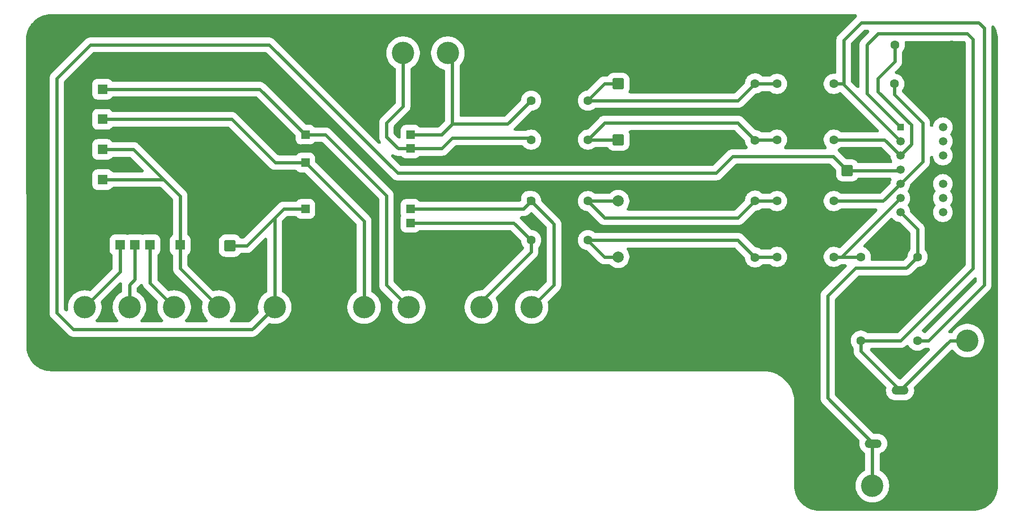
<source format=gbr>
%TF.GenerationSoftware,KiCad,Pcbnew,9.0.2*%
%TF.CreationDate,2025-06-04T20:07:24-03:00*%
%TF.ProjectId,projetoReduzido,70726f6a-6574-46f5-9265-64757a69646f,rev?*%
%TF.SameCoordinates,Original*%
%TF.FileFunction,Copper,L2,Bot*%
%TF.FilePolarity,Positive*%
%FSLAX46Y46*%
G04 Gerber Fmt 4.6, Leading zero omitted, Abs format (unit mm)*
G04 Created by KiCad (PCBNEW 9.0.2) date 2025-06-04 20:07:24*
%MOMM*%
%LPD*%
G01*
G04 APERTURE LIST*
G04 Aperture macros list*
%AMRoundRect*
0 Rectangle with rounded corners*
0 $1 Rounding radius*
0 $2 $3 $4 $5 $6 $7 $8 $9 X,Y pos of 4 corners*
0 Add a 4 corners polygon primitive as box body*
4,1,4,$2,$3,$4,$5,$6,$7,$8,$9,$2,$3,0*
0 Add four circle primitives for the rounded corners*
1,1,$1+$1,$2,$3*
1,1,$1+$1,$4,$5*
1,1,$1+$1,$6,$7*
1,1,$1+$1,$8,$9*
0 Add four rect primitives between the rounded corners*
20,1,$1+$1,$2,$3,$4,$5,0*
20,1,$1+$1,$4,$5,$6,$7,0*
20,1,$1+$1,$6,$7,$8,$9,0*
20,1,$1+$1,$8,$9,$2,$3,0*%
G04 Aperture macros list end*
%TA.AperFunction,ComponentPad*%
%ADD10R,1.295400X1.295400*%
%TD*%
%TA.AperFunction,ComponentPad*%
%ADD11C,1.500000*%
%TD*%
%TA.AperFunction,ComponentPad*%
%ADD12C,4.000000*%
%TD*%
%TA.AperFunction,ComponentPad*%
%ADD13O,1.508000X3.016000*%
%TD*%
%TA.AperFunction,ComponentPad*%
%ADD14O,3.016000X1.508000*%
%TD*%
%TA.AperFunction,ComponentPad*%
%ADD15C,1.600000*%
%TD*%
%TA.AperFunction,ComponentPad*%
%ADD16RoundRect,0.250000X-0.750000X-0.750000X0.750000X-0.750000X0.750000X0.750000X-0.750000X0.750000X0*%
%TD*%
%TA.AperFunction,ComponentPad*%
%ADD17C,2.000000*%
%TD*%
%TA.AperFunction,ComponentPad*%
%ADD18RoundRect,0.250000X0.750000X0.750000X-0.750000X0.750000X-0.750000X-0.750000X0.750000X-0.750000X0*%
%TD*%
%TA.AperFunction,ComponentPad*%
%ADD19RoundRect,0.250000X0.750000X-0.750000X0.750000X0.750000X-0.750000X0.750000X-0.750000X-0.750000X0*%
%TD*%
%TA.AperFunction,FiducialPad,Global*%
%ADD20R,1.500000X1.500000*%
%TD*%
%TA.AperFunction,ComponentPad*%
%ADD21R,1.700000X1.700000*%
%TD*%
%TA.AperFunction,Conductor*%
%ADD22C,0.600000*%
%TD*%
G04 APERTURE END LIST*
D10*
%TO.P,U1,1,1OUT*%
%TO.N,L*%
X262000000Y-35760000D03*
D11*
%TO.P,U1,2,1IN-*%
%TO.N,1IN-*%
X262000000Y-38300000D03*
%TO.P,U1,3,1IN+*%
%TO.N,1IN+*%
X262000000Y-40840000D03*
%TO.P,U1,4,VCC*%
%TO.N,+5V*%
X262000000Y-43380000D03*
%TO.P,U1,5,2IN+*%
%TO.N,2IN+*%
X262000000Y-45920000D03*
%TO.P,U1,6,2IN-*%
%TO.N,2IN-*%
X262000000Y-48460000D03*
%TO.P,U1,7,2OUT*%
%TO.N,R*%
X262000000Y-51000000D03*
%TO.P,U1,8,3OUT*%
%TO.N,unconnected-(U1-3OUT-Pad8)*%
X269620000Y-51000000D03*
%TO.P,U1,9,3IN-*%
%TO.N,unconnected-(U1-3IN--Pad9)*%
X269620000Y-48460000D03*
%TO.P,U1,10,3IN+*%
%TO.N,unconnected-(U1-3IN+-Pad10)*%
X269620000Y-45920000D03*
%TO.P,U1,11,GND*%
%TO.N,GND*%
X269620000Y-43380000D03*
%TO.P,U1,12,4IN+*%
%TO.N,unconnected-(U1-4IN+-Pad12)*%
X269620000Y-40840000D03*
%TO.P,U1,13,4IN-*%
%TO.N,unconnected-(U1-4IN--Pad13)*%
X269620000Y-38300000D03*
%TO.P,U1,14,4OUT*%
%TO.N,unconnected-(U1-4OUT-Pad14)*%
X269620000Y-35760000D03*
%TD*%
D12*
%TO.P,Left1,1,1*%
%TO.N,L*%
X274000000Y-74000000D03*
%TD*%
%TO.P,5V0,1,1*%
%TO.N,+5V*%
X150000000Y-68000000D03*
%TD*%
D13*
%TO.P,J2,1*%
%TO.N,GND*%
X265450000Y-87442500D03*
D14*
%TO.P,J2,2*%
%TO.N,L*%
X261950000Y-82942500D03*
%TO.P,J2,3*%
%TO.N,R*%
X257150000Y-92442500D03*
%TD*%
D12*
%TO.P,GND1,1,1*%
%TO.N,GND*%
X269000000Y-100000000D03*
%TD*%
D15*
%TO.P,R8,1*%
%TO.N,2IN-*%
X254920000Y-59000000D03*
%TO.P,R8,2*%
%TO.N,R*%
X265080000Y-59000000D03*
%TD*%
D12*
%TO.P,LOUT-1,1,1*%
%TO.N,Net-(U2-LOUT-)*%
X181000000Y-22500000D03*
%TD*%
%TO.P,LRCK2,1,1*%
%TO.N,LRCK*%
X132000000Y-68000000D03*
%TD*%
D15*
%TO.P,L2,1,1*%
%TO.N,Net-(C2-Pad1)*%
X206080000Y-31000000D03*
%TO.P,L2,2,2*%
%TO.N,Net-(U2-LOUT-)*%
X195920000Y-31000000D03*
%TD*%
D16*
%TO.P,C1,1*%
%TO.N,Net-(C1-Pad1)*%
X211500000Y-38000000D03*
D17*
%TO.P,C1,2*%
%TO.N,GND*%
X226500000Y-38000000D03*
%TD*%
D18*
%TO.P,C5,1*%
%TO.N,+5V*%
X252500000Y-43500000D03*
D17*
%TO.P,C5,2*%
%TO.N,GND*%
X237500000Y-43500000D03*
%TD*%
D15*
%TO.P,L4,1,1*%
%TO.N,Net-(C4-Pad2)*%
X206080000Y-49000000D03*
%TO.P,L4,2,2*%
%TO.N,Net-(U2-ROUT+)*%
X195920000Y-49000000D03*
%TD*%
%TO.P,R3,1*%
%TO.N,Net-(C2-Pad1)*%
X239920000Y-28000000D03*
%TO.P,R3,2*%
%TO.N,1IN-*%
X250080000Y-28000000D03*
%TD*%
D19*
%TO.P,C6,1*%
%TO.N,+5V*%
X142000000Y-57000000D03*
D17*
%TO.P,C6,2*%
%TO.N,GND*%
X142000000Y-42000000D03*
%TD*%
D12*
%TO.P,ROUT+1,1,1*%
%TO.N,Net-(U2-ROUT+)*%
X196000000Y-68000000D03*
%TD*%
D15*
%TO.P,R1,1*%
%TO.N,Net-(C1-Pad1)*%
X239920000Y-38000000D03*
%TO.P,R1,2*%
%TO.N,1IN+*%
X250080000Y-38000000D03*
%TD*%
%TO.P,R6,1*%
%TO.N,2IN+*%
X260920000Y-28000000D03*
%TO.P,R6,2*%
%TO.N,GND*%
X271080000Y-28000000D03*
%TD*%
D16*
%TO.P,C2,1*%
%TO.N,Net-(C2-Pad1)*%
X211500000Y-28000000D03*
D17*
%TO.P,C2,2*%
%TO.N,GND*%
X226500000Y-28000000D03*
%TD*%
D12*
%TO.P,Right1,1,1*%
%TO.N,R*%
X257000000Y-100000000D03*
%TD*%
D15*
%TO.P,R13,1*%
%TO.N,Net-(C2-Pad1)*%
X236000000Y-27920000D03*
%TO.P,R13,2*%
%TO.N,Net-(C1-Pad1)*%
X236000000Y-38080000D03*
%TD*%
%TO.P,L1,1,1*%
%TO.N,Net-(C1-Pad1)*%
X206080000Y-38000000D03*
%TO.P,L1,2,2*%
%TO.N,Net-(U2-LOUT+)*%
X195920000Y-38000000D03*
%TD*%
D20*
%TO.P,U2,1,LOUT+*%
%TO.N,Net-(U2-LOUT+)*%
X174300000Y-39600000D03*
%TO.P,U2,2,LOUT-*%
%TO.N,Net-(U2-LOUT-)*%
X174300000Y-37100000D03*
%TO.P,U2,3,ROUT-*%
%TO.N,Net-(U2-ROUT-)*%
X174300000Y-52900000D03*
%TO.P,U2,4,ROUT+*%
%TO.N,Net-(U2-ROUT+)*%
X174300000Y-50400000D03*
%TO.P,U2,5,INL*%
%TO.N,/OUTL*%
X155500000Y-37100000D03*
%TO.P,U2,6,GND*%
%TO.N,GND*%
X155500000Y-39600000D03*
%TO.P,U2,7,INR*%
%TO.N,/OUTR*%
X155500000Y-42100000D03*
%TO.P,U2,8,5V*%
%TO.N,+5V*%
X155500000Y-50400000D03*
%TO.P,U2,9,PWRGND*%
%TO.N,GND*%
X155500000Y-52900000D03*
%TD*%
D18*
%TO.P,C4,1*%
%TO.N,GND*%
X226500000Y-49000000D03*
D17*
%TO.P,C4,2*%
%TO.N,Net-(C4-Pad2)*%
X211500000Y-49000000D03*
%TD*%
D15*
%TO.P,R4,1*%
%TO.N,L*%
X254920000Y-74000000D03*
%TO.P,R4,2*%
%TO.N,1IN-*%
X265080000Y-74000000D03*
%TD*%
D18*
%TO.P,C3,1*%
%TO.N,GND*%
X226500000Y-59000000D03*
D17*
%TO.P,C3,2*%
%TO.N,Net-(C3-Pad2)*%
X211500000Y-59000000D03*
%TD*%
D15*
%TO.P,L3,1,1*%
%TO.N,Net-(C3-Pad2)*%
X206080000Y-56000000D03*
%TO.P,L3,2,2*%
%TO.N,Net-(U2-ROUT-)*%
X195920000Y-56000000D03*
%TD*%
D21*
%TO.P,U4,1,VIN*%
%TO.N,+3.3V*%
X133100000Y-56850000D03*
%TO.P,U4,2,GND*%
%TO.N,GND*%
X130400000Y-56850000D03*
%TO.P,U4,3,LCK*%
%TO.N,LRCK*%
X127700000Y-56850000D03*
%TO.P,U4,4,DIN*%
%TO.N,DADOS*%
X125000000Y-56850000D03*
%TO.P,U4,5,BCK*%
%TO.N,BCK*%
X122300000Y-56850000D03*
%TO.P,U4,6,SCK*%
%TO.N,GND*%
X119600000Y-56850000D03*
%TO.P,U4,7,FLT*%
X119200000Y-50550000D03*
%TO.P,U4,8,DEMP*%
X119200000Y-47850000D03*
%TO.P,U4,9,XSMT*%
%TO.N,+3.3V*%
X119200000Y-45150000D03*
%TO.P,U4,10,FMT*%
%TO.N,GND*%
X119200000Y-42450000D03*
%TO.P,U4,11,A3V3*%
%TO.N,+3.3V*%
X119200000Y-39750000D03*
%TO.P,U4,12,AGND*%
%TO.N,GND*%
X119200000Y-37050000D03*
%TO.P,U4,13,ROUT*%
%TO.N,/OUTR*%
X119200000Y-34350000D03*
%TO.P,U4,14,AGND2*%
%TO.N,GND*%
X119200000Y-31650000D03*
%TO.P,U4,15,LOUT*%
%TO.N,/OUTL*%
X119200000Y-28950000D03*
%TD*%
D12*
%TO.P,LOUT+1,1,1*%
%TO.N,Net-(U2-LOUT+)*%
X173000000Y-22500000D03*
%TD*%
%TO.P,3V3,1,1*%
%TO.N,+3.3V*%
X140000000Y-68000000D03*
%TD*%
%TO.P,GND3,1,1*%
%TO.N,GND*%
X158000000Y-68000000D03*
%TD*%
D15*
%TO.P,R2,1*%
%TO.N,1IN+*%
X261000000Y-21000000D03*
%TO.P,R2,2*%
%TO.N,GND*%
X271160000Y-21000000D03*
%TD*%
D12*
%TO.P,DADOS2,1,1*%
%TO.N,DADOS*%
X124000000Y-68000000D03*
%TD*%
%TO.P,ROUT-1,1,1*%
%TO.N,Net-(U2-ROUT-)*%
X187000000Y-68000000D03*
%TD*%
%TO.P,OUTR1,1,1*%
%TO.N,/OUTR*%
X166000000Y-68000000D03*
%TD*%
D15*
%TO.P,R7,1*%
%TO.N,Net-(C3-Pad2)*%
X239920000Y-59000000D03*
%TO.P,R7,2*%
%TO.N,2IN-*%
X250080000Y-59000000D03*
%TD*%
D12*
%TO.P,BCK2,1,1*%
%TO.N,BCK*%
X116000000Y-68000000D03*
%TD*%
D15*
%TO.P,R5,1*%
%TO.N,Net-(C4-Pad2)*%
X239920000Y-49000000D03*
%TO.P,R5,2*%
%TO.N,2IN+*%
X250080000Y-49000000D03*
%TD*%
%TO.P,R14,1*%
%TO.N,Net-(C4-Pad2)*%
X236000000Y-48920000D03*
%TO.P,R14,2*%
%TO.N,Net-(C3-Pad2)*%
X236000000Y-59080000D03*
%TD*%
D12*
%TO.P,OUTL1,1,1*%
%TO.N,/OUTL*%
X174000000Y-68000000D03*
%TD*%
D22*
%TO.N,BCK*%
X122300000Y-61700000D02*
X122300000Y-56850000D01*
X116000000Y-68000000D02*
X122300000Y-61700000D01*
%TO.N,Net-(C1-Pad1)*%
X232920000Y-35000000D02*
X236000000Y-38080000D01*
X206080000Y-38000000D02*
X211500000Y-38000000D01*
X206080000Y-38000000D02*
X209080000Y-35000000D01*
X209080000Y-35000000D02*
X232920000Y-35000000D01*
X239920000Y-38000000D02*
X236080000Y-38000000D01*
X236080000Y-38000000D02*
X236000000Y-38080000D01*
%TO.N,Net-(C2-Pad1)*%
X206080000Y-30920000D02*
X209000000Y-28000000D01*
X236080000Y-28000000D02*
X236000000Y-27920000D01*
X206080000Y-31000000D02*
X206080000Y-30920000D01*
X206080000Y-31000000D02*
X232920000Y-31000000D01*
X232920000Y-31000000D02*
X236000000Y-27920000D01*
X239920000Y-28000000D02*
X236080000Y-28000000D01*
X209000000Y-28000000D02*
X211500000Y-28000000D01*
%TO.N,Net-(C3-Pad2)*%
X209000000Y-59000000D02*
X211500000Y-59000000D01*
X239920000Y-59000000D02*
X236080000Y-59000000D01*
X206080000Y-56080000D02*
X209000000Y-59000000D01*
X206080000Y-56000000D02*
X232920000Y-56000000D01*
X206080000Y-56000000D02*
X206080000Y-56080000D01*
X236080000Y-59000000D02*
X236000000Y-59080000D01*
X232920000Y-56000000D02*
X236000000Y-59080000D01*
%TO.N,Net-(C4-Pad2)*%
X209080000Y-52000000D02*
X232920000Y-52000000D01*
X236080000Y-49000000D02*
X236000000Y-48920000D01*
X232920000Y-52000000D02*
X236000000Y-48920000D01*
X212000000Y-49000000D02*
X206080000Y-49000000D01*
X239920000Y-49000000D02*
X236080000Y-49000000D01*
X206080000Y-49000000D02*
X209080000Y-52000000D01*
%TO.N,DADOS*%
X125000000Y-63000000D02*
X125000000Y-56850000D01*
X124000000Y-64000000D02*
X125000000Y-63000000D01*
X124000000Y-68000000D02*
X124000000Y-64000000D01*
X125000000Y-67000000D02*
X124000000Y-68000000D01*
%TO.N,Net-(U2-LOUT+)*%
X170000000Y-35000000D02*
X173000000Y-32000000D01*
X174300000Y-39600000D02*
X179900000Y-39600000D01*
X172100000Y-39600000D02*
X170000000Y-37500000D01*
X195620000Y-37700000D02*
X195920000Y-38000000D01*
X174300000Y-39600000D02*
X172100000Y-39600000D01*
X181800000Y-37700000D02*
X195620000Y-37700000D01*
X179900000Y-39600000D02*
X181800000Y-37700000D01*
X173000000Y-32000000D02*
X173000000Y-22500000D01*
X170000000Y-37500000D02*
X170000000Y-35000000D01*
%TO.N,Net-(U2-LOUT-)*%
X181800000Y-35200000D02*
X181800000Y-23300000D01*
X174300000Y-37100000D02*
X179900000Y-37100000D01*
X191720000Y-35200000D02*
X195920000Y-31000000D01*
X179900000Y-37100000D02*
X181800000Y-35200000D01*
X181800000Y-35200000D02*
X191720000Y-35200000D01*
%TO.N,Net-(U2-ROUT-)*%
X195920000Y-58080000D02*
X195920000Y-56000000D01*
X192820000Y-52900000D02*
X195920000Y-56000000D01*
X174300000Y-52900000D02*
X192820000Y-52900000D01*
X187000000Y-67000000D02*
X195920000Y-58080000D01*
%TO.N,Net-(U2-ROUT+)*%
X174300000Y-50400000D02*
X194520000Y-50400000D01*
X195920000Y-49000000D02*
X200000000Y-53080000D01*
X200000000Y-64000000D02*
X196000000Y-68000000D01*
X195420000Y-48500000D02*
X195920000Y-49000000D01*
X194520000Y-50400000D02*
X195920000Y-49000000D01*
X200000000Y-53080000D02*
X200000000Y-64000000D01*
%TO.N,LRCK*%
X127700000Y-63700000D02*
X127700000Y-56850000D01*
X132000000Y-68000000D02*
X127700000Y-63700000D01*
%TO.N,1IN+*%
X261000000Y-24000000D02*
X258000000Y-27000000D01*
X264000000Y-35362600D02*
X264000000Y-38840000D01*
X258000000Y-27000000D02*
X258000000Y-29362600D01*
X259160000Y-38000000D02*
X262000000Y-40840000D01*
X258000000Y-29362600D02*
X264000000Y-35362600D01*
X250080000Y-38000000D02*
X259160000Y-38000000D01*
X261000000Y-21000000D02*
X261000000Y-24000000D01*
X264000000Y-38840000D02*
X262000000Y-40840000D01*
%TO.N,1IN-*%
X277000000Y-64000000D02*
X277000000Y-18000000D01*
X251850000Y-28150000D02*
X262000000Y-38300000D01*
X267000000Y-74000000D02*
X277000000Y-64000000D01*
X255000000Y-17000000D02*
X251850000Y-20150000D01*
X251850000Y-20150000D02*
X251850000Y-28150000D01*
X251700000Y-28000000D02*
X251850000Y-28150000D01*
X265080000Y-74000000D02*
X267000000Y-74000000D01*
X276000000Y-17000000D02*
X255000000Y-17000000D01*
X277000000Y-18000000D02*
X276000000Y-17000000D01*
X250080000Y-28000000D02*
X251700000Y-28000000D01*
%TO.N,2IN+*%
X258920000Y-49000000D02*
X262000000Y-45920000D01*
X260920000Y-29920000D02*
X266000000Y-35000000D01*
X260920000Y-28000000D02*
X260920000Y-29920000D01*
X266000000Y-41920000D02*
X262000000Y-45920000D01*
X250080000Y-49000000D02*
X258920000Y-49000000D01*
X266000000Y-35000000D02*
X266000000Y-41920000D01*
%TO.N,2IN-*%
X254920000Y-59000000D02*
X250080000Y-59000000D01*
X251460000Y-59000000D02*
X262000000Y-48460000D01*
X250080000Y-59000000D02*
X251460000Y-59000000D01*
%TO.N,L*%
X256000000Y-21000000D02*
X256000000Y-29760000D01*
X274000000Y-74000000D02*
X270892500Y-74000000D01*
X275000000Y-20000000D02*
X274000000Y-19000000D01*
X275000000Y-61080000D02*
X262080000Y-74000000D01*
X270892500Y-74000000D02*
X261950000Y-82942500D01*
X258000000Y-19000000D02*
X256000000Y-21000000D01*
X254920000Y-75912500D02*
X261950000Y-82942500D01*
X274000000Y-19000000D02*
X258000000Y-19000000D01*
X275000000Y-61080000D02*
X275000000Y-20000000D01*
X254920000Y-74000000D02*
X254920000Y-75912500D01*
X262080000Y-74000000D02*
X254920000Y-74000000D01*
X256000000Y-29760000D02*
X262000000Y-35760000D01*
%TO.N,R*%
X265080000Y-59000000D02*
X265080000Y-54080000D01*
X265080000Y-54080000D02*
X262000000Y-51000000D01*
X249000000Y-84292500D02*
X257150000Y-92442500D01*
X257000000Y-92592500D02*
X257150000Y-92442500D01*
X249000000Y-66000000D02*
X249000000Y-84292500D01*
X263080000Y-61000000D02*
X265080000Y-59000000D01*
X254000000Y-61000000D02*
X249000000Y-66000000D01*
X257000000Y-100000000D02*
X257000000Y-92592500D01*
X262080000Y-51000000D02*
X262000000Y-51000000D01*
X254000000Y-61000000D02*
X263080000Y-61000000D01*
%TO.N,+5V*%
X149000000Y-21000000D02*
X117000000Y-21000000D01*
X151600000Y-50400000D02*
X155500000Y-50400000D01*
X250000000Y-41000000D02*
X232000000Y-41000000D01*
X117000000Y-21000000D02*
X111000000Y-27000000D01*
X172000000Y-44000000D02*
X149000000Y-21000000D01*
X111000000Y-27000000D02*
X111000000Y-69000000D01*
X232000000Y-41000000D02*
X229000000Y-44000000D01*
X252500000Y-43500000D02*
X250000000Y-41000000D01*
X253000000Y-43500000D02*
X261880000Y-43500000D01*
X261880000Y-43500000D02*
X262000000Y-43380000D01*
X111000000Y-69000000D02*
X114000000Y-72000000D01*
X150000000Y-52000000D02*
X151600000Y-50400000D01*
X146000000Y-72000000D02*
X150000000Y-68000000D01*
X150000000Y-52000000D02*
X145000000Y-57000000D01*
X229000000Y-44000000D02*
X172000000Y-44000000D01*
X114000000Y-72000000D02*
X146000000Y-72000000D01*
X145000000Y-57000000D02*
X142000000Y-57000000D01*
X150000000Y-68000000D02*
X150000000Y-52000000D01*
%TO.N,/OUTR*%
X150100000Y-42100000D02*
X155500000Y-42100000D01*
X142350000Y-34350000D02*
X150100000Y-42100000D01*
X166000000Y-68000000D02*
X166000000Y-52600000D01*
X166000000Y-52600000D02*
X155500000Y-42100000D01*
X119200000Y-34350000D02*
X142350000Y-34350000D01*
%TO.N,/OUTL*%
X155500000Y-37100000D02*
X159100000Y-37100000D01*
X147350000Y-28950000D02*
X155500000Y-37100000D01*
X119200000Y-28950000D02*
X147350000Y-28950000D01*
X170000000Y-64000000D02*
X174000000Y-68000000D01*
X159100000Y-37100000D02*
X170000000Y-48000000D01*
X170000000Y-48000000D02*
X170000000Y-64000000D01*
%TO.N,+3.3V*%
X133100000Y-61100000D02*
X133100000Y-56850000D01*
X119200000Y-45150000D02*
X130150000Y-45150000D01*
X130150000Y-45150000D02*
X133100000Y-48100000D01*
X119200000Y-39750000D02*
X124750000Y-39750000D01*
X124750000Y-39750000D02*
X130150000Y-45150000D01*
X133100000Y-48100000D02*
X133100000Y-56850000D01*
X140000000Y-68000000D02*
X140000000Y-67000000D01*
X140000000Y-68000000D02*
X133100000Y-61100000D01*
%TD*%
%TA.AperFunction,Conductor*%
%TO.N,GND*%
G36*
X254046476Y-15520691D02*
G01*
X254139900Y-15578536D01*
X254206119Y-15666224D01*
X254236190Y-15771912D01*
X254226051Y-15881325D01*
X254177072Y-15979688D01*
X254149890Y-16010925D01*
X250858033Y-19302781D01*
X250737715Y-19468385D01*
X250721748Y-19499724D01*
X250721746Y-19499727D01*
X250644781Y-19650777D01*
X250644777Y-19650789D01*
X250631163Y-19692684D01*
X250631164Y-19692685D01*
X250581521Y-19845469D01*
X250574830Y-19887712D01*
X250574831Y-19887713D01*
X250549500Y-20047643D01*
X250549500Y-25904829D01*
X250529309Y-26012840D01*
X250471464Y-26106264D01*
X250383776Y-26172483D01*
X250278088Y-26202554D01*
X250211484Y-26201272D01*
X250198024Y-26199500D01*
X250198011Y-26199500D01*
X249961989Y-26199500D01*
X249961987Y-26199500D01*
X249747226Y-26227774D01*
X249727986Y-26230307D01*
X249500007Y-26291394D01*
X249500005Y-26291394D01*
X249500004Y-26291395D01*
X249281948Y-26381717D01*
X249077549Y-26499727D01*
X248890307Y-26643402D01*
X248890295Y-26643413D01*
X248723413Y-26810295D01*
X248723402Y-26810307D01*
X248579727Y-26997549D01*
X248461717Y-27201948D01*
X248384283Y-27388891D01*
X248371394Y-27420007D01*
X248335350Y-27554524D01*
X248310307Y-27647986D01*
X248279589Y-27881315D01*
X248279500Y-27881989D01*
X248279500Y-28118011D01*
X248310307Y-28352014D01*
X248371394Y-28579993D01*
X248431894Y-28726051D01*
X248461717Y-28798051D01*
X248579727Y-29002450D01*
X248723402Y-29189692D01*
X248723405Y-29189696D01*
X248723408Y-29189699D01*
X248890301Y-29356592D01*
X248890304Y-29356594D01*
X248890307Y-29356597D01*
X249008255Y-29447101D01*
X249077550Y-29500273D01*
X249281951Y-29618284D01*
X249500007Y-29708606D01*
X249727986Y-29769693D01*
X249913215Y-29794078D01*
X249961987Y-29800500D01*
X249961989Y-29800500D01*
X250198013Y-29800500D01*
X250242181Y-29794684D01*
X250432014Y-29769693D01*
X250659993Y-29708606D01*
X250878049Y-29618284D01*
X251060408Y-29512998D01*
X251164041Y-29476480D01*
X251273871Y-29479863D01*
X251375062Y-29522693D01*
X251421331Y-29560516D01*
X254890124Y-33029309D01*
X258049891Y-36189075D01*
X258111989Y-36279728D01*
X258137147Y-36386691D01*
X258121966Y-36495520D01*
X258068497Y-36591515D01*
X257983961Y-36661713D01*
X257879775Y-36696633D01*
X257838466Y-36699500D01*
X251444296Y-36699500D01*
X251336285Y-36679309D01*
X251262277Y-36637713D01*
X251082450Y-36499727D01*
X250878051Y-36381717D01*
X250870372Y-36378536D01*
X250659993Y-36291394D01*
X250432014Y-36230307D01*
X250354013Y-36220038D01*
X250198013Y-36199500D01*
X250198011Y-36199500D01*
X249961989Y-36199500D01*
X249961987Y-36199500D01*
X249727986Y-36230307D01*
X249500007Y-36291394D01*
X249500005Y-36291394D01*
X249500004Y-36291395D01*
X249281948Y-36381717D01*
X249077549Y-36499727D01*
X248890307Y-36643402D01*
X248890295Y-36643413D01*
X248723413Y-36810295D01*
X248723402Y-36810307D01*
X248579727Y-36997549D01*
X248461717Y-37201948D01*
X248371395Y-37420004D01*
X248310307Y-37647986D01*
X248279500Y-37881986D01*
X248279500Y-38118013D01*
X248290032Y-38198011D01*
X248310307Y-38352014D01*
X248371394Y-38579993D01*
X248430457Y-38722582D01*
X248461717Y-38798051D01*
X248579727Y-39002450D01*
X248723402Y-39189692D01*
X248729864Y-39197060D01*
X248728858Y-39197942D01*
X248784882Y-39279728D01*
X248810040Y-39386691D01*
X248794859Y-39495520D01*
X248741390Y-39591515D01*
X248656854Y-39661713D01*
X248552668Y-39696633D01*
X248511359Y-39699500D01*
X241488641Y-39699500D01*
X241380630Y-39679309D01*
X241287206Y-39621464D01*
X241220987Y-39533776D01*
X241190916Y-39428088D01*
X241201055Y-39318675D01*
X241250034Y-39220312D01*
X241270210Y-39197125D01*
X241270136Y-39197060D01*
X241276582Y-39189708D01*
X241276592Y-39189699D01*
X241420273Y-39002450D01*
X241538284Y-38798049D01*
X241628606Y-38579993D01*
X241689693Y-38352014D01*
X241719509Y-38125540D01*
X241720500Y-38118013D01*
X241720500Y-37881986D01*
X241703929Y-37756119D01*
X241689693Y-37647986D01*
X241628606Y-37420007D01*
X241538284Y-37201951D01*
X241420273Y-36997550D01*
X241305504Y-36847980D01*
X241276597Y-36810307D01*
X241276594Y-36810304D01*
X241276592Y-36810301D01*
X241109699Y-36643408D01*
X241109696Y-36643405D01*
X241109692Y-36643402D01*
X240922450Y-36499727D01*
X240718051Y-36381717D01*
X240710372Y-36378536D01*
X240499993Y-36291394D01*
X240272014Y-36230307D01*
X240194013Y-36220038D01*
X240038013Y-36199500D01*
X240038011Y-36199500D01*
X239801989Y-36199500D01*
X239801987Y-36199500D01*
X239567986Y-36230307D01*
X239340007Y-36291394D01*
X239340005Y-36291394D01*
X239340004Y-36291395D01*
X239121948Y-36381717D01*
X238917549Y-36499727D01*
X238737723Y-36637713D01*
X238639741Y-36687447D01*
X238555704Y-36699500D01*
X237260038Y-36699500D01*
X237152027Y-36679309D01*
X237078019Y-36637713D01*
X237002450Y-36579727D01*
X236798051Y-36461717D01*
X236675427Y-36410924D01*
X236579993Y-36371394D01*
X236352014Y-36310307D01*
X236127283Y-36280720D01*
X236022832Y-36246603D01*
X235954887Y-36195703D01*
X233767219Y-34008034D01*
X233601611Y-33887713D01*
X233601607Y-33887711D01*
X233601603Y-33887708D01*
X233510415Y-33841246D01*
X233419223Y-33794782D01*
X233419222Y-33794781D01*
X233419219Y-33794780D01*
X233354323Y-33773694D01*
X233321874Y-33763150D01*
X233321874Y-33763149D01*
X233224537Y-33731523D01*
X233022353Y-33699500D01*
X233022352Y-33699500D01*
X208977648Y-33699500D01*
X208977646Y-33699500D01*
X208775463Y-33731523D01*
X208580787Y-33794776D01*
X208580787Y-33794777D01*
X208580784Y-33794778D01*
X208580782Y-33794779D01*
X208470873Y-33850781D01*
X208398390Y-33887713D01*
X208232781Y-34008034D01*
X208088034Y-34152781D01*
X208088031Y-34152784D01*
X208074924Y-34165890D01*
X208074920Y-34165894D01*
X206125111Y-36115703D01*
X206034458Y-36177801D01*
X205952715Y-36200720D01*
X205727985Y-36230307D01*
X205596359Y-36265576D01*
X205500007Y-36291394D01*
X205500005Y-36291394D01*
X205500004Y-36291395D01*
X205281948Y-36381717D01*
X205077549Y-36499727D01*
X204890307Y-36643402D01*
X204890295Y-36643413D01*
X204723413Y-36810295D01*
X204723402Y-36810307D01*
X204579727Y-36997549D01*
X204461717Y-37201948D01*
X204371395Y-37420004D01*
X204310307Y-37647986D01*
X204279500Y-37881986D01*
X204279500Y-38118013D01*
X204290032Y-38198011D01*
X204310307Y-38352014D01*
X204371394Y-38579993D01*
X204430457Y-38722582D01*
X204461717Y-38798051D01*
X204579727Y-39002450D01*
X204723402Y-39189692D01*
X204723405Y-39189696D01*
X204723408Y-39189699D01*
X204890301Y-39356592D01*
X204890304Y-39356594D01*
X204890307Y-39356597D01*
X204984956Y-39429223D01*
X205077550Y-39500273D01*
X205281951Y-39618284D01*
X205500007Y-39708606D01*
X205727986Y-39769693D01*
X205913215Y-39794078D01*
X205961987Y-39800500D01*
X205961989Y-39800500D01*
X206198013Y-39800500D01*
X206242181Y-39794684D01*
X206432014Y-39769693D01*
X206659993Y-39708606D01*
X206878049Y-39618284D01*
X207082450Y-39500273D01*
X207262277Y-39362286D01*
X207360259Y-39312553D01*
X207444296Y-39300500D01*
X209453504Y-39300500D01*
X209561515Y-39320691D01*
X209654939Y-39378536D01*
X209699281Y-39429222D01*
X209786181Y-39554654D01*
X209945346Y-39713819D01*
X210130374Y-39842007D01*
X210130377Y-39842008D01*
X210130381Y-39842011D01*
X210314740Y-39925749D01*
X210335317Y-39935096D01*
X210553588Y-39990096D01*
X210685783Y-40000500D01*
X212314216Y-40000499D01*
X212314221Y-40000499D01*
X212446401Y-39990097D01*
X212446402Y-39990096D01*
X212446412Y-39990096D01*
X212664683Y-39935096D01*
X212851710Y-39850145D01*
X212869618Y-39842011D01*
X212869619Y-39842009D01*
X212869626Y-39842007D01*
X213054654Y-39713819D01*
X213213819Y-39554654D01*
X213342007Y-39369626D01*
X213347928Y-39356592D01*
X213385160Y-39274622D01*
X213435096Y-39164683D01*
X213490096Y-38946412D01*
X213500500Y-38814217D01*
X213500499Y-37185784D01*
X213498565Y-37161210D01*
X213490097Y-37053598D01*
X213490096Y-37053596D01*
X213490096Y-37053588D01*
X213435096Y-36835317D01*
X213384148Y-36723151D01*
X213357863Y-36616462D01*
X213371894Y-36507479D01*
X213424347Y-36410924D01*
X213508137Y-36339838D01*
X213611949Y-36303820D01*
X213656382Y-36300500D01*
X232257465Y-36300500D01*
X232365476Y-36320691D01*
X232458900Y-36378536D01*
X232468890Y-36388075D01*
X234115703Y-38034887D01*
X234177801Y-38125540D01*
X234200720Y-38207283D01*
X234219775Y-38352014D01*
X234230307Y-38432014D01*
X234291394Y-38659993D01*
X234375848Y-38863881D01*
X234381717Y-38878051D01*
X234499727Y-39082450D01*
X234604107Y-39218481D01*
X234653841Y-39316464D01*
X234664822Y-39425796D01*
X234635566Y-39531712D01*
X234570024Y-39619907D01*
X234477048Y-39678470D01*
X234369196Y-39699491D01*
X234366894Y-39699500D01*
X231897646Y-39699500D01*
X231807243Y-39713818D01*
X231807243Y-39713819D01*
X231695466Y-39731523D01*
X231695463Y-39731523D01*
X231695462Y-39731524D01*
X231500787Y-39794776D01*
X231500781Y-39794779D01*
X231362207Y-39865385D01*
X231362208Y-39865386D01*
X231318388Y-39887713D01*
X231152782Y-40008033D01*
X231152775Y-40008039D01*
X228548890Y-42611925D01*
X228458237Y-42674023D01*
X228351274Y-42699181D01*
X228337465Y-42699500D01*
X172662535Y-42699500D01*
X172554524Y-42679309D01*
X172461100Y-42621464D01*
X172451110Y-42611925D01*
X170934588Y-41095403D01*
X170872490Y-41004750D01*
X170847332Y-40897787D01*
X170862513Y-40788958D01*
X170915982Y-40692963D01*
X171000518Y-40622765D01*
X171104704Y-40587845D01*
X171214469Y-40592920D01*
X171314989Y-40637304D01*
X171321737Y-40642065D01*
X171418390Y-40712287D01*
X171600781Y-40805220D01*
X171795466Y-40868477D01*
X171997648Y-40900500D01*
X172565935Y-40900500D01*
X172673946Y-40920691D01*
X172767370Y-40978536D01*
X172797664Y-41010549D01*
X172838888Y-41061106D01*
X172838889Y-41061107D01*
X172838891Y-41061109D01*
X172996593Y-41189698D01*
X173176951Y-41283909D01*
X173372582Y-41339886D01*
X173491963Y-41350500D01*
X175108036Y-41350499D01*
X175227418Y-41339886D01*
X175423049Y-41283909D01*
X175603407Y-41189698D01*
X175761109Y-41061109D01*
X175790258Y-41025361D01*
X175802336Y-41010549D01*
X175886241Y-40939598D01*
X175990111Y-40903748D01*
X176034065Y-40900500D01*
X180002351Y-40900500D01*
X180002352Y-40900500D01*
X180204535Y-40868477D01*
X180277697Y-40844705D01*
X180304843Y-40835885D01*
X180304845Y-40835883D01*
X180318267Y-40831523D01*
X180399219Y-40805220D01*
X180523362Y-40741966D01*
X180581611Y-40712287D01*
X180747219Y-40591966D01*
X182251109Y-39088074D01*
X182341762Y-39025977D01*
X182448725Y-39000819D01*
X182462534Y-39000500D01*
X194270780Y-39000500D01*
X194378791Y-39020691D01*
X194472215Y-39078536D01*
X194507992Y-39117480D01*
X194544213Y-39164684D01*
X194563408Y-39189699D01*
X194730301Y-39356592D01*
X194730304Y-39356594D01*
X194730307Y-39356597D01*
X194824956Y-39429223D01*
X194917550Y-39500273D01*
X195121951Y-39618284D01*
X195340007Y-39708606D01*
X195567986Y-39769693D01*
X195753215Y-39794078D01*
X195801987Y-39800500D01*
X195801989Y-39800500D01*
X196038013Y-39800500D01*
X196082181Y-39794684D01*
X196272014Y-39769693D01*
X196499993Y-39708606D01*
X196718049Y-39618284D01*
X196922450Y-39500273D01*
X197109699Y-39356592D01*
X197276592Y-39189699D01*
X197420273Y-39002450D01*
X197538284Y-38798049D01*
X197628606Y-38579993D01*
X197689693Y-38352014D01*
X197719509Y-38125540D01*
X197720500Y-38118013D01*
X197720500Y-37881986D01*
X197703929Y-37756119D01*
X197689693Y-37647986D01*
X197628606Y-37420007D01*
X197538284Y-37201951D01*
X197420273Y-36997550D01*
X197305504Y-36847980D01*
X197276597Y-36810307D01*
X197276594Y-36810304D01*
X197276592Y-36810301D01*
X197109699Y-36643408D01*
X197109696Y-36643405D01*
X197109692Y-36643402D01*
X196922450Y-36499727D01*
X196718051Y-36381717D01*
X196710372Y-36378536D01*
X196499993Y-36291394D01*
X196272014Y-36230307D01*
X196194013Y-36220038D01*
X196038013Y-36199500D01*
X196038011Y-36199500D01*
X195801989Y-36199500D01*
X195801987Y-36199500D01*
X195567986Y-36230307D01*
X195340007Y-36291394D01*
X195340005Y-36291394D01*
X195340004Y-36291395D01*
X195338645Y-36291958D01*
X195133963Y-36376740D01*
X195026449Y-36399420D01*
X195019542Y-36399500D01*
X193081535Y-36399500D01*
X192973524Y-36379309D01*
X192880100Y-36321464D01*
X192813881Y-36233776D01*
X192783810Y-36128088D01*
X192793949Y-36018675D01*
X192842928Y-35920312D01*
X192870110Y-35889075D01*
X194318104Y-34441081D01*
X195874891Y-32884293D01*
X195965541Y-32822198D01*
X196047285Y-32799279D01*
X196272014Y-32769693D01*
X196499993Y-32708606D01*
X196718049Y-32618284D01*
X196922450Y-32500273D01*
X197109699Y-32356592D01*
X197276592Y-32189699D01*
X197420273Y-32002450D01*
X197538284Y-31798049D01*
X197628606Y-31579993D01*
X197689693Y-31352014D01*
X197720500Y-31118011D01*
X197720500Y-30881989D01*
X204279500Y-30881989D01*
X204279500Y-31118011D01*
X204310307Y-31352014D01*
X204360383Y-31538900D01*
X204371395Y-31579995D01*
X204461717Y-31798051D01*
X204579727Y-32002450D01*
X204723402Y-32189692D01*
X204723405Y-32189696D01*
X204723408Y-32189699D01*
X204890301Y-32356592D01*
X204890304Y-32356594D01*
X204890307Y-32356597D01*
X205008255Y-32447101D01*
X205077550Y-32500273D01*
X205281951Y-32618284D01*
X205500007Y-32708606D01*
X205727986Y-32769693D01*
X205913215Y-32794078D01*
X205961987Y-32800500D01*
X205961989Y-32800500D01*
X206198013Y-32800500D01*
X206242181Y-32794684D01*
X206432014Y-32769693D01*
X206659993Y-32708606D01*
X206878049Y-32618284D01*
X207082450Y-32500273D01*
X207262277Y-32362286D01*
X207360259Y-32312553D01*
X207444296Y-32300500D01*
X233022351Y-32300500D01*
X233022352Y-32300500D01*
X233224535Y-32268477D01*
X233321876Y-32236848D01*
X233419219Y-32205220D01*
X233576228Y-32125220D01*
X233601611Y-32112287D01*
X233767219Y-31991966D01*
X235954890Y-29804293D01*
X236045539Y-29742198D01*
X236127282Y-29719279D01*
X236352014Y-29689693D01*
X236579993Y-29628606D01*
X236798049Y-29538284D01*
X237002450Y-29420273D01*
X237078019Y-29362287D01*
X237176002Y-29312552D01*
X237260038Y-29300500D01*
X238555704Y-29300500D01*
X238663715Y-29320691D01*
X238737722Y-29362286D01*
X238917550Y-29500273D01*
X239121951Y-29618284D01*
X239340007Y-29708606D01*
X239567986Y-29769693D01*
X239753215Y-29794078D01*
X239801987Y-29800500D01*
X239801989Y-29800500D01*
X240038013Y-29800500D01*
X240082181Y-29794684D01*
X240272014Y-29769693D01*
X240499993Y-29708606D01*
X240718049Y-29618284D01*
X240922450Y-29500273D01*
X241109699Y-29356592D01*
X241276592Y-29189699D01*
X241420273Y-29002450D01*
X241538284Y-28798049D01*
X241628606Y-28579993D01*
X241689693Y-28352014D01*
X241720500Y-28118011D01*
X241720500Y-27881989D01*
X241720411Y-27881315D01*
X241702436Y-27744780D01*
X241689693Y-27647986D01*
X241628606Y-27420007D01*
X241538284Y-27201951D01*
X241420273Y-26997550D01*
X241335992Y-26887713D01*
X241276597Y-26810307D01*
X241276594Y-26810304D01*
X241276592Y-26810301D01*
X241109699Y-26643408D01*
X241109696Y-26643405D01*
X241109692Y-26643402D01*
X240922450Y-26499727D01*
X240718051Y-26381717D01*
X240565172Y-26318392D01*
X240499993Y-26291394D01*
X240272014Y-26230307D01*
X240194013Y-26220038D01*
X240038013Y-26199500D01*
X240038011Y-26199500D01*
X239801989Y-26199500D01*
X239801987Y-26199500D01*
X239587226Y-26227774D01*
X239567986Y-26230307D01*
X239340007Y-26291394D01*
X239340005Y-26291394D01*
X239340004Y-26291395D01*
X239121948Y-26381717D01*
X238917549Y-26499727D01*
X238737723Y-26637713D01*
X238639741Y-26687447D01*
X238555704Y-26699500D01*
X237449641Y-26699500D01*
X237341630Y-26679309D01*
X237248206Y-26621464D01*
X237238216Y-26611925D01*
X237189704Y-26563413D01*
X237189692Y-26563402D01*
X237002450Y-26419727D01*
X236798051Y-26301717D01*
X236773130Y-26291394D01*
X236579993Y-26211394D01*
X236352014Y-26150307D01*
X236274013Y-26140038D01*
X236118013Y-26119500D01*
X236118011Y-26119500D01*
X235881989Y-26119500D01*
X235881987Y-26119500D01*
X235647986Y-26150307D01*
X235420007Y-26211394D01*
X235420005Y-26211394D01*
X235420004Y-26211395D01*
X235201948Y-26301717D01*
X234997549Y-26419727D01*
X234810307Y-26563402D01*
X234810295Y-26563413D01*
X234643413Y-26730295D01*
X234643402Y-26730307D01*
X234499727Y-26917549D01*
X234381717Y-27121948D01*
X234291395Y-27340004D01*
X234230307Y-27567985D01*
X234200720Y-27792715D01*
X234166603Y-27897167D01*
X234115703Y-27965111D01*
X232468890Y-29611925D01*
X232378237Y-29674023D01*
X232271274Y-29699181D01*
X232257465Y-29699500D01*
X213656382Y-29699500D01*
X213548371Y-29679309D01*
X213454947Y-29621464D01*
X213388728Y-29533776D01*
X213358657Y-29428088D01*
X213368796Y-29318675D01*
X213384149Y-29276846D01*
X213435096Y-29164683D01*
X213490096Y-28946412D01*
X213500500Y-28814217D01*
X213500499Y-27185784D01*
X213498949Y-27166092D01*
X213490097Y-27053598D01*
X213490096Y-27053596D01*
X213490096Y-27053588D01*
X213435096Y-26835317D01*
X213387951Y-26731523D01*
X213342011Y-26630381D01*
X213342008Y-26630377D01*
X213342007Y-26630374D01*
X213213819Y-26445346D01*
X213054654Y-26286181D01*
X212869626Y-26157993D01*
X212869624Y-26157992D01*
X212869618Y-26157988D01*
X212664684Y-26064904D01*
X212446408Y-26009903D01*
X212314237Y-25999501D01*
X212314224Y-25999500D01*
X212314217Y-25999500D01*
X212314205Y-25999500D01*
X210685778Y-25999500D01*
X210553598Y-26009902D01*
X210553583Y-26009905D01*
X210335316Y-26064904D01*
X210130381Y-26157988D01*
X210130372Y-26157994D01*
X209945344Y-26286182D01*
X209786182Y-26445344D01*
X209699282Y-26570777D01*
X209621174Y-26648064D01*
X209520421Y-26691916D01*
X209453504Y-26699500D01*
X208897648Y-26699500D01*
X208789325Y-26716656D01*
X208789325Y-26716657D01*
X208695466Y-26731523D01*
X208695463Y-26731523D01*
X208695462Y-26731524D01*
X208500787Y-26794776D01*
X208500787Y-26794777D01*
X208500784Y-26794778D01*
X208500782Y-26794779D01*
X208318390Y-26887713D01*
X208318387Y-26887714D01*
X208318385Y-26887716D01*
X208152782Y-27008033D01*
X208152775Y-27008039D01*
X208008031Y-27152784D01*
X206032981Y-29127833D01*
X205942328Y-29189931D01*
X205860585Y-29212850D01*
X205727985Y-29230307D01*
X205670199Y-29245791D01*
X205500007Y-29291394D01*
X205500005Y-29291394D01*
X205500004Y-29291395D01*
X205281948Y-29381717D01*
X205077549Y-29499727D01*
X204890307Y-29643402D01*
X204890295Y-29643413D01*
X204723413Y-29810295D01*
X204723402Y-29810307D01*
X204579727Y-29997549D01*
X204461717Y-30201948D01*
X204398981Y-30353407D01*
X204371394Y-30420007D01*
X204346983Y-30511109D01*
X204310307Y-30647986D01*
X204291626Y-30789886D01*
X204279500Y-30881989D01*
X197720500Y-30881989D01*
X197689693Y-30647986D01*
X197628606Y-30420007D01*
X197538284Y-30201951D01*
X197420273Y-29997550D01*
X197367101Y-29928255D01*
X197276597Y-29810307D01*
X197276594Y-29810304D01*
X197276592Y-29810301D01*
X197109699Y-29643408D01*
X197109696Y-29643405D01*
X197109692Y-29643402D01*
X196922450Y-29499727D01*
X196718051Y-29381717D01*
X196717081Y-29381315D01*
X196499993Y-29291394D01*
X196272014Y-29230307D01*
X196139415Y-29212850D01*
X196038013Y-29199500D01*
X196038011Y-29199500D01*
X195801989Y-29199500D01*
X195801987Y-29199500D01*
X195567986Y-29230307D01*
X195340007Y-29291394D01*
X195340005Y-29291394D01*
X195340004Y-29291395D01*
X195121948Y-29381717D01*
X194917549Y-29499727D01*
X194730307Y-29643402D01*
X194730295Y-29643413D01*
X194563413Y-29810295D01*
X194563402Y-29810307D01*
X194419727Y-29997549D01*
X194301717Y-30201948D01*
X194211395Y-30420004D01*
X194150307Y-30647985D01*
X194120720Y-30872715D01*
X194086603Y-30977167D01*
X194035703Y-31045111D01*
X191268890Y-33811925D01*
X191178237Y-33874023D01*
X191071274Y-33899181D01*
X191057465Y-33899500D01*
X183399500Y-33899500D01*
X183291489Y-33879309D01*
X183198065Y-33821464D01*
X183131846Y-33733776D01*
X183101775Y-33628088D01*
X183100500Y-33600500D01*
X183100500Y-24766698D01*
X183120691Y-24658687D01*
X183178536Y-24565263D01*
X183188075Y-24555273D01*
X183240825Y-24502523D01*
X183450946Y-24239039D01*
X183630246Y-23953686D01*
X183776469Y-23650051D01*
X183887776Y-23331954D01*
X183962767Y-23003394D01*
X184000500Y-22668504D01*
X184000500Y-22331496D01*
X183981026Y-22158665D01*
X183962768Y-21996613D01*
X183962767Y-21996611D01*
X183962767Y-21996606D01*
X183887776Y-21668046D01*
X183776469Y-21349949D01*
X183630246Y-21046314D01*
X183450946Y-20760961D01*
X183240825Y-20497477D01*
X183002523Y-20259175D01*
X182739039Y-20049054D01*
X182739040Y-20049054D01*
X182739038Y-20049053D01*
X182453685Y-19869753D01*
X182150058Y-19723534D01*
X182150055Y-19723533D01*
X182150051Y-19723531D01*
X181942132Y-19650777D01*
X181831955Y-19612224D01*
X181503386Y-19537231D01*
X181225501Y-19505922D01*
X181168504Y-19499500D01*
X180831496Y-19499500D01*
X180778969Y-19505418D01*
X180496613Y-19537231D01*
X180168044Y-19612224D01*
X179945430Y-19690120D01*
X179849949Y-19723531D01*
X179849947Y-19723532D01*
X179849941Y-19723534D01*
X179546314Y-19869753D01*
X179260961Y-20049053D01*
X178997483Y-20259170D01*
X178997467Y-20259184D01*
X178759184Y-20497467D01*
X178759170Y-20497483D01*
X178549053Y-20760961D01*
X178369753Y-21046314D01*
X178223534Y-21349941D01*
X178223532Y-21349946D01*
X178223531Y-21349949D01*
X178190120Y-21445430D01*
X178112224Y-21668044D01*
X178037231Y-21996613D01*
X178007974Y-22256285D01*
X178000718Y-22320691D01*
X177999500Y-22331498D01*
X177999500Y-22668501D01*
X178037231Y-23003386D01*
X178037233Y-23003394D01*
X178112224Y-23331954D01*
X178223531Y-23650051D01*
X178223533Y-23650055D01*
X178223534Y-23650058D01*
X178369753Y-23953685D01*
X178463167Y-24102351D01*
X178549054Y-24239039D01*
X178759175Y-24502523D01*
X178997477Y-24740825D01*
X179260961Y-24950946D01*
X179546314Y-25130246D01*
X179849949Y-25276469D01*
X180168046Y-25387776D01*
X180267033Y-25410369D01*
X180367842Y-25454087D01*
X180446052Y-25531270D01*
X180491099Y-25631494D01*
X180499500Y-25701872D01*
X180499500Y-34537465D01*
X180479309Y-34645476D01*
X180421464Y-34738900D01*
X180411925Y-34748890D01*
X179448890Y-35711925D01*
X179358237Y-35774023D01*
X179251274Y-35799181D01*
X179237465Y-35799500D01*
X176034065Y-35799500D01*
X175926054Y-35779309D01*
X175832630Y-35721464D01*
X175802336Y-35689451D01*
X175761111Y-35638893D01*
X175755050Y-35633951D01*
X175603407Y-35510302D01*
X175423049Y-35416091D01*
X175227418Y-35360114D01*
X175108037Y-35349500D01*
X175108036Y-35349500D01*
X173491973Y-35349500D01*
X173491972Y-35349500D01*
X173491964Y-35349501D01*
X173436599Y-35354422D01*
X173372584Y-35360113D01*
X173312107Y-35377418D01*
X173176951Y-35416091D01*
X173176949Y-35416091D01*
X173176949Y-35416092D01*
X172996596Y-35510300D01*
X172996592Y-35510302D01*
X172838891Y-35638891D01*
X172710302Y-35796592D01*
X172710300Y-35796596D01*
X172616092Y-35976949D01*
X172616091Y-35976951D01*
X172571180Y-36133909D01*
X172560114Y-36172583D01*
X172549500Y-36291958D01*
X172549500Y-37488465D01*
X172529309Y-37596476D01*
X172471464Y-37689900D01*
X172383776Y-37756119D01*
X172278088Y-37786190D01*
X172168675Y-37776051D01*
X172070312Y-37727072D01*
X172039075Y-37699890D01*
X171388075Y-37048890D01*
X171325977Y-36958237D01*
X171300819Y-36851274D01*
X171300500Y-36837465D01*
X171300500Y-35662533D01*
X171320691Y-35554522D01*
X171378536Y-35461098D01*
X171388054Y-35451129D01*
X173830175Y-33009007D01*
X173830182Y-33009002D01*
X173847217Y-32991967D01*
X173847219Y-32991966D01*
X173991966Y-32847219D01*
X174112287Y-32681610D01*
X174204683Y-32500273D01*
X174204690Y-32500276D01*
X174204732Y-32500175D01*
X174205221Y-32499218D01*
X174268477Y-32304534D01*
X174300500Y-32102351D01*
X174300500Y-31897648D01*
X174300500Y-25391284D01*
X174320691Y-25283273D01*
X174378536Y-25189849D01*
X174447182Y-25135666D01*
X174446582Y-25134710D01*
X174527504Y-25083862D01*
X174739039Y-24950946D01*
X175002523Y-24740825D01*
X175240825Y-24502523D01*
X175450946Y-24239039D01*
X175630246Y-23953686D01*
X175776469Y-23650051D01*
X175887776Y-23331954D01*
X175962767Y-23003394D01*
X176000500Y-22668504D01*
X176000500Y-22331496D01*
X175981026Y-22158665D01*
X175962768Y-21996613D01*
X175962767Y-21996611D01*
X175962767Y-21996606D01*
X175887776Y-21668046D01*
X175776469Y-21349949D01*
X175630246Y-21046314D01*
X175450946Y-20760961D01*
X175240825Y-20497477D01*
X175002523Y-20259175D01*
X174739039Y-20049054D01*
X174739040Y-20049054D01*
X174739038Y-20049053D01*
X174453685Y-19869753D01*
X174150058Y-19723534D01*
X174150055Y-19723533D01*
X174150051Y-19723531D01*
X173942132Y-19650777D01*
X173831955Y-19612224D01*
X173503386Y-19537231D01*
X173225501Y-19505922D01*
X173168504Y-19499500D01*
X172831496Y-19499500D01*
X172778969Y-19505418D01*
X172496613Y-19537231D01*
X172168044Y-19612224D01*
X171945430Y-19690120D01*
X171849949Y-19723531D01*
X171849947Y-19723532D01*
X171849941Y-19723534D01*
X171546314Y-19869753D01*
X171260961Y-20049053D01*
X170997483Y-20259170D01*
X170997467Y-20259184D01*
X170759184Y-20497467D01*
X170759170Y-20497483D01*
X170549053Y-20760961D01*
X170369753Y-21046314D01*
X170223534Y-21349941D01*
X170223532Y-21349946D01*
X170223531Y-21349949D01*
X170190120Y-21445430D01*
X170112224Y-21668044D01*
X170037231Y-21996613D01*
X170007974Y-22256285D01*
X170000718Y-22320691D01*
X169999500Y-22331498D01*
X169999500Y-22668501D01*
X170037231Y-23003386D01*
X170037233Y-23003394D01*
X170112224Y-23331954D01*
X170223531Y-23650051D01*
X170223533Y-23650055D01*
X170223534Y-23650058D01*
X170369753Y-23953685D01*
X170463167Y-24102351D01*
X170549054Y-24239039D01*
X170759175Y-24502523D01*
X170997477Y-24740825D01*
X171260961Y-24950946D01*
X171553418Y-25134710D01*
X171552704Y-25135845D01*
X171629874Y-25199480D01*
X171683672Y-25295292D01*
X171699500Y-25391284D01*
X171699500Y-31337465D01*
X171679309Y-31445476D01*
X171621464Y-31538900D01*
X171611925Y-31548890D01*
X169008033Y-34152781D01*
X168887713Y-34318387D01*
X168887712Y-34318389D01*
X168870192Y-34352777D01*
X168870190Y-34352781D01*
X168794781Y-34500777D01*
X168794780Y-34500781D01*
X168775897Y-34558896D01*
X168731523Y-34695463D01*
X168706771Y-34851741D01*
X168699500Y-34897644D01*
X168699500Y-37602353D01*
X168731523Y-37804537D01*
X168746706Y-37851265D01*
X168746710Y-37851275D01*
X168749582Y-37860114D01*
X168794780Y-37999219D01*
X168834671Y-38077510D01*
X168887713Y-38181611D01*
X168957917Y-38278240D01*
X169005069Y-38377489D01*
X169013184Y-38487071D01*
X168981165Y-38592185D01*
X168913336Y-38678634D01*
X168818860Y-38734743D01*
X168710494Y-38752934D01*
X168602874Y-38730750D01*
X168510535Y-38671188D01*
X168504595Y-38665410D01*
X149847219Y-20008034D01*
X149827041Y-19993374D01*
X149681611Y-19887713D01*
X149681607Y-19887711D01*
X149681603Y-19887708D01*
X149590415Y-19841246D01*
X149499223Y-19794782D01*
X149499222Y-19794781D01*
X149499219Y-19794780D01*
X149430643Y-19772498D01*
X149401874Y-19763150D01*
X149401874Y-19763149D01*
X149304537Y-19731523D01*
X149102353Y-19699500D01*
X149102352Y-19699500D01*
X116897648Y-19699500D01*
X116897646Y-19699500D01*
X116695464Y-19731523D01*
X116500785Y-19794778D01*
X116500781Y-19794779D01*
X116318392Y-19887711D01*
X116257766Y-19931757D01*
X116257767Y-19931758D01*
X116152783Y-20008032D01*
X116152779Y-20008035D01*
X110008033Y-26152781D01*
X109887712Y-26318389D01*
X109887710Y-26318392D01*
X109859025Y-26374691D01*
X109859015Y-26374711D01*
X109855447Y-26381716D01*
X109794780Y-26500781D01*
X109777493Y-26553985D01*
X109772669Y-26568831D01*
X109772667Y-26568836D01*
X109731523Y-26695462D01*
X109713335Y-26810300D01*
X109699500Y-26897647D01*
X109699500Y-69102353D01*
X109731523Y-69304537D01*
X109763150Y-69401874D01*
X109763151Y-69401876D01*
X109794780Y-69499219D01*
X109794781Y-69499222D01*
X109794782Y-69499223D01*
X109841246Y-69590415D01*
X109887708Y-69681603D01*
X109887711Y-69681607D01*
X109887713Y-69681611D01*
X109929437Y-69739039D01*
X110008034Y-69847219D01*
X113000524Y-72839708D01*
X113000531Y-72839716D01*
X113008034Y-72847219D01*
X113152781Y-72991966D01*
X113284459Y-73087635D01*
X113284460Y-73087636D01*
X113284459Y-73087636D01*
X113318383Y-73112282D01*
X113318390Y-73112287D01*
X113500782Y-73205221D01*
X113500787Y-73205222D01*
X113500787Y-73205223D01*
X113609859Y-73240662D01*
X113687775Y-73265978D01*
X113695466Y-73268477D01*
X113897648Y-73300500D01*
X113897649Y-73300500D01*
X146102351Y-73300500D01*
X146102352Y-73300500D01*
X146304535Y-73268477D01*
X146401876Y-73236848D01*
X146499219Y-73205220D01*
X146602136Y-73152781D01*
X146681611Y-73112287D01*
X146847219Y-72991966D01*
X148875147Y-70964036D01*
X148965796Y-70901941D01*
X149072760Y-70876783D01*
X149159615Y-70887006D01*
X149159866Y-70885909D01*
X149168045Y-70887775D01*
X149168046Y-70887776D01*
X149496606Y-70962767D01*
X149496611Y-70962767D01*
X149496613Y-70962768D01*
X149658665Y-70981026D01*
X149831496Y-71000500D01*
X149831498Y-71000500D01*
X150168502Y-71000500D01*
X150168504Y-71000500D01*
X150492105Y-70964039D01*
X150503386Y-70962768D01*
X150503386Y-70962767D01*
X150503394Y-70962767D01*
X150831954Y-70887776D01*
X151150051Y-70776469D01*
X151453686Y-70630246D01*
X151739039Y-70450946D01*
X152002523Y-70240825D01*
X152240825Y-70002523D01*
X152450946Y-69739039D01*
X152630246Y-69453686D01*
X152776469Y-69150051D01*
X152887776Y-68831954D01*
X152962767Y-68503394D01*
X153000500Y-68168504D01*
X153000500Y-67831496D01*
X152962767Y-67496606D01*
X152887776Y-67168046D01*
X152776469Y-66849949D01*
X152630246Y-66546314D01*
X152450946Y-66260961D01*
X152240825Y-65997477D01*
X152002523Y-65759175D01*
X151739039Y-65549054D01*
X151453686Y-65369754D01*
X151453685Y-65369753D01*
X151446583Y-65365291D01*
X151447291Y-65364163D01*
X151370078Y-65300462D01*
X151316304Y-65204637D01*
X151300500Y-65108715D01*
X151300500Y-52662534D01*
X151320691Y-52554523D01*
X151378536Y-52461099D01*
X151388075Y-52451109D01*
X152051109Y-51788075D01*
X152141762Y-51725977D01*
X152248725Y-51700819D01*
X152262534Y-51700500D01*
X153765935Y-51700500D01*
X153873946Y-51720691D01*
X153967370Y-51778536D01*
X153997664Y-51810549D01*
X154038888Y-51861106D01*
X154038889Y-51861107D01*
X154038891Y-51861109D01*
X154196593Y-51989698D01*
X154376951Y-52083909D01*
X154572582Y-52139886D01*
X154691963Y-52150500D01*
X156308036Y-52150499D01*
X156427418Y-52139886D01*
X156623049Y-52083909D01*
X156803407Y-51989698D01*
X156961109Y-51861109D01*
X157089698Y-51703407D01*
X157183909Y-51523049D01*
X157239886Y-51327418D01*
X157250500Y-51208037D01*
X157250499Y-49591964D01*
X157239886Y-49472582D01*
X157183909Y-49276951D01*
X157089698Y-49096593D01*
X156961109Y-48938891D01*
X156803407Y-48810302D01*
X156623049Y-48716091D01*
X156427418Y-48660114D01*
X156308037Y-48649500D01*
X156308036Y-48649500D01*
X154691973Y-48649500D01*
X154691972Y-48649500D01*
X154691964Y-48649501D01*
X154636599Y-48654422D01*
X154572584Y-48660113D01*
X154480496Y-48686463D01*
X154376951Y-48716091D01*
X154376949Y-48716091D01*
X154376949Y-48716092D01*
X154196596Y-48810300D01*
X154196592Y-48810302D01*
X154038888Y-48938893D01*
X153997664Y-48989451D01*
X153913759Y-49060402D01*
X153809889Y-49096252D01*
X153765935Y-49099500D01*
X151497648Y-49099500D01*
X151389325Y-49116656D01*
X151389325Y-49116657D01*
X151295466Y-49131523D01*
X151295463Y-49131523D01*
X151295462Y-49131524D01*
X151100787Y-49194776D01*
X151100781Y-49194779D01*
X150934602Y-49279452D01*
X150934601Y-49279451D01*
X150918392Y-49287711D01*
X150918389Y-49287713D01*
X150752782Y-49408033D01*
X150752775Y-49408039D01*
X144548890Y-55611925D01*
X144520394Y-55631444D01*
X144494868Y-55654715D01*
X144475431Y-55662244D01*
X144458237Y-55674023D01*
X144424616Y-55681930D01*
X144392406Y-55694409D01*
X144358013Y-55697595D01*
X144351274Y-55699181D01*
X144337465Y-55699500D01*
X144046496Y-55699500D01*
X143938485Y-55679309D01*
X143845061Y-55621464D01*
X143800718Y-55570777D01*
X143795228Y-55562853D01*
X143713819Y-55445346D01*
X143554654Y-55286181D01*
X143369626Y-55157993D01*
X143369624Y-55157992D01*
X143369618Y-55157988D01*
X143164684Y-55064904D01*
X142946408Y-55009903D01*
X142814237Y-54999501D01*
X142814224Y-54999500D01*
X142814217Y-54999500D01*
X142814205Y-54999500D01*
X141185778Y-54999500D01*
X141053598Y-55009902D01*
X141053583Y-55009905D01*
X140835316Y-55064904D01*
X140630381Y-55157988D01*
X140630372Y-55157994D01*
X140445344Y-55286182D01*
X140286182Y-55445344D01*
X140157994Y-55630372D01*
X140157988Y-55630381D01*
X140064904Y-55835315D01*
X140009903Y-56053591D01*
X139999501Y-56185762D01*
X139999500Y-56185794D01*
X139999500Y-57814221D01*
X140009902Y-57946401D01*
X140009905Y-57946416D01*
X140064904Y-58164683D01*
X140157988Y-58369618D01*
X140157992Y-58369624D01*
X140157993Y-58369626D01*
X140286181Y-58554654D01*
X140445346Y-58713819D01*
X140630374Y-58842007D01*
X140630377Y-58842008D01*
X140630381Y-58842011D01*
X140814740Y-58925749D01*
X140835317Y-58935096D01*
X141053588Y-58990096D01*
X141185783Y-59000500D01*
X142814216Y-59000499D01*
X142814221Y-59000499D01*
X142946401Y-58990097D01*
X142946402Y-58990096D01*
X142946412Y-58990096D01*
X143164683Y-58935096D01*
X143314681Y-58866963D01*
X143369618Y-58842011D01*
X143369619Y-58842009D01*
X143369626Y-58842007D01*
X143554654Y-58713819D01*
X143713819Y-58554654D01*
X143800718Y-58429222D01*
X143878826Y-58351936D01*
X143979579Y-58308084D01*
X144046496Y-58300500D01*
X145102351Y-58300500D01*
X145102352Y-58300500D01*
X145304535Y-58268477D01*
X145414395Y-58232781D01*
X145499219Y-58205220D01*
X145618355Y-58144517D01*
X145681611Y-58112287D01*
X145847219Y-57991966D01*
X148189075Y-55650108D01*
X148279728Y-55588011D01*
X148386691Y-55562853D01*
X148495520Y-55578034D01*
X148591515Y-55631503D01*
X148661713Y-55716039D01*
X148696633Y-55820225D01*
X148699500Y-55861534D01*
X148699500Y-65108715D01*
X148679309Y-65216726D01*
X148621464Y-65310150D01*
X148552821Y-65364343D01*
X148553417Y-65365291D01*
X148260965Y-65549051D01*
X147997483Y-65759170D01*
X147997467Y-65759184D01*
X147759184Y-65997467D01*
X147759170Y-65997483D01*
X147549053Y-66260961D01*
X147369753Y-66546314D01*
X147223534Y-66849941D01*
X147223532Y-66849947D01*
X147112224Y-67168044D01*
X147037231Y-67496613D01*
X146999500Y-67831498D01*
X146999500Y-68168501D01*
X147037231Y-68503386D01*
X147114091Y-68840133D01*
X147112788Y-68840430D01*
X147122349Y-68940038D01*
X147092625Y-69045823D01*
X147035960Y-69124853D01*
X145548890Y-70611925D01*
X145458238Y-70674023D01*
X145351274Y-70699181D01*
X145337465Y-70699500D01*
X142265698Y-70699500D01*
X142157687Y-70679309D01*
X142064263Y-70621464D01*
X141998044Y-70533776D01*
X141967973Y-70428088D01*
X141978112Y-70318675D01*
X142027091Y-70220312D01*
X142054273Y-70189075D01*
X142240825Y-70002523D01*
X142450946Y-69739039D01*
X142630246Y-69453686D01*
X142776469Y-69150051D01*
X142887776Y-68831954D01*
X142962767Y-68503394D01*
X143000500Y-68168504D01*
X143000500Y-67831496D01*
X142962767Y-67496606D01*
X142887776Y-67168046D01*
X142776469Y-66849949D01*
X142630246Y-66546314D01*
X142450946Y-66260961D01*
X142240825Y-65997477D01*
X142002523Y-65759175D01*
X141739039Y-65549054D01*
X141739040Y-65549054D01*
X141739038Y-65549053D01*
X141453685Y-65369753D01*
X141150058Y-65223534D01*
X141150055Y-65223533D01*
X141150051Y-65223531D01*
X140943262Y-65151172D01*
X140831955Y-65112224D01*
X140503386Y-65037231D01*
X140225501Y-65005922D01*
X140168504Y-64999500D01*
X139831496Y-64999500D01*
X139778969Y-65005418D01*
X139496613Y-65037231D01*
X139276598Y-65087447D01*
X139168046Y-65112224D01*
X139168044Y-65112224D01*
X139159867Y-65114091D01*
X139159570Y-65112793D01*
X139059924Y-65122345D01*
X138954142Y-65092610D01*
X138875144Y-65035960D01*
X134488075Y-60648890D01*
X134425977Y-60558237D01*
X134400819Y-60451274D01*
X134400500Y-60437465D01*
X134400500Y-58765603D01*
X134420691Y-58657592D01*
X134478536Y-58564168D01*
X134510545Y-58533877D01*
X134661109Y-58411109D01*
X134789698Y-58253407D01*
X134883909Y-58073049D01*
X134939886Y-57877418D01*
X134950500Y-57758037D01*
X134950499Y-55941964D01*
X134939886Y-55822582D01*
X134883909Y-55626951D01*
X134789698Y-55446593D01*
X134661109Y-55288891D01*
X134510547Y-55166124D01*
X134439598Y-55082221D01*
X134403748Y-54978351D01*
X134400500Y-54934396D01*
X134400500Y-47997649D01*
X134400499Y-47997642D01*
X134387814Y-47917552D01*
X134387814Y-47917549D01*
X134368477Y-47795465D01*
X134318141Y-47640548D01*
X134305220Y-47600781D01*
X134218150Y-47429896D01*
X134212287Y-47418389D01*
X134190000Y-47387714D01*
X134091966Y-47252781D01*
X125597219Y-38758034D01*
X125590199Y-38752934D01*
X125431611Y-38637713D01*
X125431607Y-38637711D01*
X125431603Y-38637708D01*
X125324090Y-38582928D01*
X125324084Y-38582925D01*
X125310476Y-38575992D01*
X125249219Y-38544780D01*
X125108994Y-38499218D01*
X125101172Y-38496676D01*
X125101158Y-38496671D01*
X125054536Y-38481523D01*
X124852353Y-38449500D01*
X124852352Y-38449500D01*
X121115604Y-38449500D01*
X121007593Y-38429309D01*
X120914169Y-38371464D01*
X120883874Y-38339451D01*
X120761109Y-38188891D01*
X120603407Y-38060302D01*
X120423049Y-37966091D01*
X120227418Y-37910114D01*
X120108037Y-37899500D01*
X120108036Y-37899500D01*
X118291973Y-37899500D01*
X118291972Y-37899500D01*
X118291964Y-37899501D01*
X118236599Y-37904422D01*
X118172584Y-37910113D01*
X118074766Y-37938102D01*
X117976951Y-37966091D01*
X117976949Y-37966091D01*
X117976949Y-37966092D01*
X117796596Y-38060300D01*
X117796592Y-38060302D01*
X117638891Y-38188891D01*
X117510302Y-38346592D01*
X117510300Y-38346596D01*
X117436398Y-38488075D01*
X117416091Y-38526951D01*
X117369523Y-38689699D01*
X117360114Y-38722583D01*
X117349500Y-38841958D01*
X117349500Y-40658026D01*
X117349501Y-40658036D01*
X117352294Y-40689451D01*
X117360113Y-40777415D01*
X117366432Y-40799500D01*
X117416091Y-40973049D01*
X117510302Y-41153407D01*
X117638891Y-41311109D01*
X117796593Y-41439698D01*
X117976951Y-41533909D01*
X118172582Y-41589886D01*
X118291963Y-41600500D01*
X120108036Y-41600499D01*
X120227418Y-41589886D01*
X120423049Y-41533909D01*
X120603407Y-41439698D01*
X120761109Y-41311109D01*
X120883875Y-41160547D01*
X120967779Y-41089598D01*
X121071649Y-41053748D01*
X121115604Y-41050500D01*
X124087465Y-41050500D01*
X124195476Y-41070691D01*
X124288900Y-41128536D01*
X124298890Y-41138075D01*
X126499890Y-43339075D01*
X126561988Y-43429728D01*
X126587146Y-43536691D01*
X126571965Y-43645520D01*
X126518496Y-43741515D01*
X126433960Y-43811713D01*
X126329774Y-43846633D01*
X126288465Y-43849500D01*
X121115604Y-43849500D01*
X121007593Y-43829309D01*
X120914169Y-43771464D01*
X120883874Y-43739451D01*
X120761109Y-43588891D01*
X120603407Y-43460302D01*
X120423049Y-43366091D01*
X120227418Y-43310114D01*
X120108037Y-43299500D01*
X120108036Y-43299500D01*
X118291973Y-43299500D01*
X118291972Y-43299500D01*
X118291964Y-43299501D01*
X118236599Y-43304422D01*
X118172584Y-43310113D01*
X118079151Y-43336848D01*
X117976951Y-43366091D01*
X117976949Y-43366091D01*
X117976949Y-43366092D01*
X117796596Y-43460300D01*
X117796592Y-43460302D01*
X117638891Y-43588891D01*
X117510302Y-43746592D01*
X117510300Y-43746596D01*
X117445479Y-43870690D01*
X117416091Y-43926951D01*
X117360114Y-44122582D01*
X117360114Y-44122583D01*
X117349500Y-44241958D01*
X117349500Y-46058026D01*
X117349501Y-46058036D01*
X117355038Y-46120321D01*
X117360113Y-46177415D01*
X117360114Y-46177418D01*
X117416091Y-46373049D01*
X117510302Y-46553407D01*
X117638891Y-46711109D01*
X117796593Y-46839698D01*
X117976951Y-46933909D01*
X118172582Y-46989886D01*
X118291963Y-47000500D01*
X120108036Y-47000499D01*
X120227418Y-46989886D01*
X120423049Y-46933909D01*
X120603407Y-46839698D01*
X120761109Y-46711109D01*
X120883875Y-46560547D01*
X120967779Y-46489598D01*
X121071649Y-46453748D01*
X121115604Y-46450500D01*
X129487465Y-46450500D01*
X129595476Y-46470691D01*
X129688900Y-46528536D01*
X129698890Y-46538075D01*
X131711925Y-48551110D01*
X131774023Y-48641763D01*
X131799181Y-48748726D01*
X131799500Y-48762535D01*
X131799500Y-54934396D01*
X131779309Y-55042407D01*
X131721464Y-55135831D01*
X131689454Y-55166122D01*
X131645515Y-55201951D01*
X131538891Y-55288891D01*
X131410302Y-55446592D01*
X131410300Y-55446596D01*
X131323940Y-55611925D01*
X131316091Y-55626951D01*
X131260114Y-55822582D01*
X131260114Y-55822583D01*
X131249500Y-55941958D01*
X131249500Y-57758026D01*
X131249501Y-57758036D01*
X131253267Y-57800397D01*
X131260113Y-57877415D01*
X131260114Y-57877418D01*
X131316091Y-58073049D01*
X131410302Y-58253407D01*
X131538891Y-58411109D01*
X131689451Y-58533875D01*
X131760401Y-58617777D01*
X131796251Y-58721647D01*
X131799500Y-58765603D01*
X131799500Y-61202353D01*
X131831523Y-61404535D01*
X131894778Y-61599216D01*
X131894780Y-61599221D01*
X131936760Y-61681610D01*
X131987713Y-61781611D01*
X132108034Y-61947219D01*
X134621913Y-64461098D01*
X137035960Y-66875144D01*
X137098058Y-66965797D01*
X137123216Y-67072760D01*
X137112999Y-67159617D01*
X137114091Y-67159867D01*
X137037231Y-67496613D01*
X136999500Y-67831498D01*
X136999500Y-68168501D01*
X137037231Y-68503386D01*
X137096571Y-68763376D01*
X137112224Y-68831954D01*
X137223531Y-69150051D01*
X137223533Y-69150055D01*
X137223534Y-69150058D01*
X137369753Y-69453685D01*
X137499738Y-69660553D01*
X137549054Y-69739039D01*
X137759175Y-70002523D01*
X137759184Y-70002532D01*
X137945727Y-70189075D01*
X138007825Y-70279728D01*
X138032983Y-70386691D01*
X138017802Y-70495520D01*
X137964333Y-70591515D01*
X137879797Y-70661713D01*
X137775611Y-70696633D01*
X137734302Y-70699500D01*
X134265698Y-70699500D01*
X134157687Y-70679309D01*
X134064263Y-70621464D01*
X133998044Y-70533776D01*
X133967973Y-70428088D01*
X133978112Y-70318675D01*
X134027091Y-70220312D01*
X134054273Y-70189075D01*
X134240825Y-70002523D01*
X134450946Y-69739039D01*
X134630246Y-69453686D01*
X134776469Y-69150051D01*
X134887776Y-68831954D01*
X134962767Y-68503394D01*
X135000500Y-68168504D01*
X135000500Y-67831496D01*
X134962767Y-67496606D01*
X134887776Y-67168046D01*
X134776469Y-66849949D01*
X134630246Y-66546314D01*
X134450946Y-66260961D01*
X134240825Y-65997477D01*
X134002523Y-65759175D01*
X133739039Y-65549054D01*
X133739040Y-65549054D01*
X133739038Y-65549053D01*
X133453685Y-65369753D01*
X133150058Y-65223534D01*
X133150055Y-65223533D01*
X133150051Y-65223531D01*
X132943262Y-65151172D01*
X132831955Y-65112224D01*
X132503386Y-65037231D01*
X132225501Y-65005922D01*
X132168504Y-64999500D01*
X131831496Y-64999500D01*
X131778969Y-65005418D01*
X131496613Y-65037231D01*
X131276598Y-65087447D01*
X131168046Y-65112224D01*
X131168044Y-65112224D01*
X131159867Y-65114091D01*
X131159570Y-65112791D01*
X131059937Y-65122346D01*
X130954154Y-65092615D01*
X130875145Y-65035960D01*
X129088075Y-63248890D01*
X129025977Y-63158237D01*
X129000819Y-63051274D01*
X129000500Y-63037465D01*
X129000500Y-58765603D01*
X129020691Y-58657592D01*
X129078536Y-58564168D01*
X129110545Y-58533877D01*
X129261109Y-58411109D01*
X129389698Y-58253407D01*
X129483909Y-58073049D01*
X129539886Y-57877418D01*
X129550500Y-57758037D01*
X129550499Y-55941964D01*
X129539886Y-55822582D01*
X129483909Y-55626951D01*
X129389698Y-55446593D01*
X129261109Y-55288891D01*
X129103407Y-55160302D01*
X128923049Y-55066091D01*
X128727418Y-55010114D01*
X128608037Y-54999500D01*
X128608036Y-54999500D01*
X126791973Y-54999500D01*
X126791972Y-54999500D01*
X126791964Y-54999501D01*
X126736599Y-55004422D01*
X126672584Y-55010113D01*
X126476947Y-55066092D01*
X126462864Y-55071718D01*
X126461509Y-55068327D01*
X126383264Y-55092213D01*
X126273677Y-55084164D01*
X126237727Y-55070236D01*
X126237136Y-55071718D01*
X126223052Y-55066092D01*
X126223049Y-55066091D01*
X126027418Y-55010114D01*
X125908037Y-54999500D01*
X125908036Y-54999500D01*
X124091973Y-54999500D01*
X124091972Y-54999500D01*
X124091964Y-54999501D01*
X124036599Y-55004422D01*
X123972584Y-55010113D01*
X123776947Y-55066092D01*
X123762864Y-55071718D01*
X123761509Y-55068327D01*
X123683264Y-55092213D01*
X123573677Y-55084164D01*
X123537727Y-55070236D01*
X123537136Y-55071718D01*
X123523052Y-55066092D01*
X123523049Y-55066091D01*
X123327418Y-55010114D01*
X123208037Y-54999500D01*
X123208036Y-54999500D01*
X121391973Y-54999500D01*
X121391972Y-54999500D01*
X121391964Y-54999501D01*
X121336599Y-55004422D01*
X121272584Y-55010113D01*
X121174766Y-55038102D01*
X121076951Y-55066091D01*
X121076949Y-55066091D01*
X121076949Y-55066092D01*
X120896596Y-55160300D01*
X120896592Y-55160302D01*
X120738891Y-55288891D01*
X120610302Y-55446592D01*
X120610300Y-55446596D01*
X120523940Y-55611925D01*
X120516091Y-55626951D01*
X120460114Y-55822582D01*
X120460114Y-55822583D01*
X120449500Y-55941958D01*
X120449500Y-57758026D01*
X120449501Y-57758036D01*
X120453267Y-57800397D01*
X120460113Y-57877415D01*
X120460114Y-57877418D01*
X120516091Y-58073049D01*
X120610302Y-58253407D01*
X120738891Y-58411109D01*
X120889451Y-58533875D01*
X120960401Y-58617777D01*
X120996251Y-58721647D01*
X120999500Y-58765603D01*
X120999500Y-61037464D01*
X120979309Y-61145475D01*
X120921464Y-61238899D01*
X120911925Y-61248889D01*
X117124853Y-65035960D01*
X117034200Y-65098058D01*
X116927237Y-65123216D01*
X116840383Y-65112994D01*
X116840133Y-65114091D01*
X116831955Y-65112224D01*
X116831954Y-65112224D01*
X116654648Y-65071755D01*
X116503386Y-65037231D01*
X116225501Y-65005922D01*
X116168504Y-64999500D01*
X115831496Y-64999500D01*
X115778969Y-65005418D01*
X115496613Y-65037231D01*
X115168044Y-65112224D01*
X115007564Y-65168379D01*
X114849949Y-65223531D01*
X114849947Y-65223532D01*
X114849941Y-65223534D01*
X114546314Y-65369753D01*
X114260961Y-65549053D01*
X113997483Y-65759170D01*
X113997467Y-65759184D01*
X113759184Y-65997467D01*
X113759170Y-65997483D01*
X113549053Y-66260961D01*
X113369753Y-66546314D01*
X113223534Y-66849941D01*
X113223532Y-66849947D01*
X113112224Y-67168044D01*
X113037231Y-67496613D01*
X112999500Y-67831498D01*
X112999500Y-68168502D01*
X113029767Y-68437135D01*
X113021796Y-68546728D01*
X112974774Y-68646041D01*
X112895052Y-68721661D01*
X112793396Y-68763376D01*
X112683535Y-68765551D01*
X112580307Y-68727893D01*
X112521222Y-68682037D01*
X112388075Y-68548890D01*
X112325977Y-68458237D01*
X112300819Y-68351274D01*
X112300500Y-68337465D01*
X112300500Y-33441958D01*
X117349500Y-33441958D01*
X117349500Y-35258026D01*
X117349501Y-35258036D01*
X117349847Y-35261925D01*
X117360113Y-35377415D01*
X117360114Y-35377418D01*
X117416091Y-35573049D01*
X117510302Y-35753407D01*
X117638891Y-35911109D01*
X117796593Y-36039698D01*
X117976951Y-36133909D01*
X118172582Y-36189886D01*
X118291963Y-36200500D01*
X120108036Y-36200499D01*
X120227418Y-36189886D01*
X120423049Y-36133909D01*
X120603407Y-36039698D01*
X120761109Y-35911109D01*
X120883875Y-35760547D01*
X120967779Y-35689598D01*
X121071649Y-35653748D01*
X121115604Y-35650500D01*
X141687465Y-35650500D01*
X141795476Y-35670691D01*
X141888900Y-35728536D01*
X141898890Y-35738075D01*
X149252781Y-43091966D01*
X149418389Y-43212287D01*
X149481645Y-43244517D01*
X149600781Y-43305220D01*
X149698123Y-43336848D01*
X149795462Y-43368476D01*
X149795463Y-43368476D01*
X149795465Y-43368477D01*
X149997648Y-43400500D01*
X150202352Y-43400500D01*
X153765935Y-43400500D01*
X153873946Y-43420691D01*
X153967370Y-43478536D01*
X153997664Y-43510549D01*
X154038888Y-43561106D01*
X154038889Y-43561107D01*
X154038891Y-43561109D01*
X154196593Y-43689698D01*
X154376951Y-43783909D01*
X154572582Y-43839886D01*
X154691963Y-43850500D01*
X155287464Y-43850499D01*
X155395475Y-43870690D01*
X155488899Y-43928535D01*
X155498889Y-43938074D01*
X164611925Y-53051110D01*
X164674023Y-53141763D01*
X164699181Y-53248726D01*
X164699500Y-53262535D01*
X164699500Y-65108715D01*
X164679309Y-65216726D01*
X164621464Y-65310150D01*
X164552821Y-65364343D01*
X164553417Y-65365291D01*
X164260965Y-65549051D01*
X163997483Y-65759170D01*
X163997467Y-65759184D01*
X163759184Y-65997467D01*
X163759170Y-65997483D01*
X163549053Y-66260961D01*
X163369753Y-66546314D01*
X163223534Y-66849941D01*
X163223532Y-66849947D01*
X163112224Y-67168044D01*
X163037231Y-67496613D01*
X162999500Y-67831498D01*
X162999500Y-68168501D01*
X163037231Y-68503386D01*
X163096571Y-68763376D01*
X163112224Y-68831954D01*
X163223531Y-69150051D01*
X163223533Y-69150055D01*
X163223534Y-69150058D01*
X163369753Y-69453685D01*
X163499738Y-69660553D01*
X163549054Y-69739039D01*
X163759175Y-70002523D01*
X163997477Y-70240825D01*
X164260961Y-70450946D01*
X164546314Y-70630246D01*
X164849949Y-70776469D01*
X165168046Y-70887776D01*
X165496606Y-70962767D01*
X165496611Y-70962767D01*
X165496613Y-70962768D01*
X165658665Y-70981026D01*
X165831496Y-71000500D01*
X165831498Y-71000500D01*
X166168502Y-71000500D01*
X166168504Y-71000500D01*
X166492105Y-70964039D01*
X166503386Y-70962768D01*
X166503386Y-70962767D01*
X166503394Y-70962767D01*
X166831954Y-70887776D01*
X167150051Y-70776469D01*
X167453686Y-70630246D01*
X167739039Y-70450946D01*
X168002523Y-70240825D01*
X168240825Y-70002523D01*
X168450946Y-69739039D01*
X168630246Y-69453686D01*
X168776469Y-69150051D01*
X168887776Y-68831954D01*
X168962767Y-68503394D01*
X169000500Y-68168504D01*
X169000500Y-67831496D01*
X168962767Y-67496606D01*
X168887776Y-67168046D01*
X168776469Y-66849949D01*
X168630246Y-66546314D01*
X168450946Y-66260961D01*
X168240825Y-65997477D01*
X168002523Y-65759175D01*
X167739039Y-65549054D01*
X167453686Y-65369754D01*
X167453685Y-65369753D01*
X167446583Y-65365291D01*
X167447291Y-65364163D01*
X167370078Y-65300462D01*
X167316304Y-65204637D01*
X167300500Y-65108715D01*
X167300500Y-52497648D01*
X167268477Y-52295466D01*
X167205220Y-52100781D01*
X167112287Y-51918390D01*
X166991966Y-51752781D01*
X166847219Y-51608034D01*
X157338074Y-42098889D01*
X157275976Y-42008236D01*
X157250818Y-41901273D01*
X157250499Y-41887464D01*
X157250499Y-41291973D01*
X157250499Y-41291964D01*
X157239886Y-41172582D01*
X157183909Y-40976951D01*
X157089698Y-40796593D01*
X156961109Y-40638891D01*
X156803407Y-40510302D01*
X156623049Y-40416091D01*
X156427418Y-40360114D01*
X156308037Y-40349500D01*
X156308036Y-40349500D01*
X154691973Y-40349500D01*
X154691972Y-40349500D01*
X154691964Y-40349501D01*
X154636599Y-40354422D01*
X154572584Y-40360113D01*
X154474766Y-40388102D01*
X154376951Y-40416091D01*
X154376949Y-40416091D01*
X154376949Y-40416092D01*
X154196596Y-40510300D01*
X154196592Y-40510302D01*
X154038888Y-40638893D01*
X153997664Y-40689451D01*
X153913759Y-40760402D01*
X153809889Y-40796252D01*
X153765935Y-40799500D01*
X150762535Y-40799500D01*
X150654524Y-40779309D01*
X150561100Y-40721464D01*
X150551110Y-40711925D01*
X143197219Y-33358034D01*
X143031611Y-33237713D01*
X143031607Y-33237711D01*
X143031603Y-33237708D01*
X142951002Y-33196640D01*
X142950993Y-33196636D01*
X142940414Y-33191246D01*
X142849219Y-33144780D01*
X142749216Y-33112287D01*
X142738170Y-33108697D01*
X142738163Y-33108695D01*
X142654536Y-33081523D01*
X142452353Y-33049500D01*
X142452352Y-33049500D01*
X121115604Y-33049500D01*
X121007593Y-33029309D01*
X120914169Y-32971464D01*
X120883874Y-32939451D01*
X120761109Y-32788891D01*
X120603407Y-32660302D01*
X120423049Y-32566091D01*
X120227418Y-32510114D01*
X120108037Y-32499500D01*
X120108036Y-32499500D01*
X118291973Y-32499500D01*
X118291972Y-32499500D01*
X118291964Y-32499501D01*
X118236599Y-32504422D01*
X118172584Y-32510113D01*
X118074766Y-32538102D01*
X117976951Y-32566091D01*
X117976949Y-32566091D01*
X117976949Y-32566092D01*
X117796596Y-32660300D01*
X117796592Y-32660302D01*
X117638891Y-32788891D01*
X117510302Y-32946592D01*
X117510300Y-32946596D01*
X117425627Y-33108695D01*
X117416091Y-33126951D01*
X117384398Y-33237713D01*
X117360114Y-33322583D01*
X117349500Y-33441958D01*
X112300500Y-33441958D01*
X112300500Y-28041958D01*
X117349500Y-28041958D01*
X117349500Y-29858026D01*
X117349501Y-29858036D01*
X117355038Y-29920321D01*
X117360113Y-29977415D01*
X117360114Y-29977418D01*
X117416091Y-30173049D01*
X117510302Y-30353407D01*
X117638891Y-30511109D01*
X117796593Y-30639698D01*
X117976951Y-30733909D01*
X118172582Y-30789886D01*
X118291963Y-30800500D01*
X120108036Y-30800499D01*
X120227418Y-30789886D01*
X120423049Y-30733909D01*
X120603407Y-30639698D01*
X120761109Y-30511109D01*
X120883875Y-30360547D01*
X120967779Y-30289598D01*
X121071649Y-30253748D01*
X121115604Y-30250500D01*
X146687465Y-30250500D01*
X146795476Y-30270691D01*
X146888900Y-30328536D01*
X146898890Y-30338075D01*
X153661925Y-37101109D01*
X153724023Y-37191762D01*
X153749181Y-37298725D01*
X153749500Y-37312534D01*
X153749500Y-37908026D01*
X153749501Y-37908036D01*
X153753921Y-37957757D01*
X153760113Y-38027415D01*
X153760114Y-38027418D01*
X153816091Y-38223049D01*
X153910302Y-38403407D01*
X154038891Y-38561109D01*
X154196593Y-38689698D01*
X154376951Y-38783909D01*
X154572582Y-38839886D01*
X154691963Y-38850500D01*
X156308036Y-38850499D01*
X156427418Y-38839886D01*
X156623049Y-38783909D01*
X156803407Y-38689698D01*
X156961109Y-38561109D01*
X156976307Y-38542469D01*
X157002336Y-38510549D01*
X157086241Y-38439598D01*
X157190111Y-38403748D01*
X157234065Y-38400500D01*
X158437465Y-38400500D01*
X158545476Y-38420691D01*
X158638900Y-38478536D01*
X158648890Y-38488075D01*
X168611925Y-48451109D01*
X168674023Y-48541762D01*
X168699181Y-48648725D01*
X168699500Y-48662534D01*
X168699500Y-64102353D01*
X168731523Y-64304537D01*
X168748661Y-64357281D01*
X168756567Y-64381611D01*
X168794780Y-64499219D01*
X168800114Y-64509687D01*
X168841246Y-64590415D01*
X168887708Y-64681603D01*
X168887711Y-64681607D01*
X168887713Y-64681611D01*
X169008033Y-64847217D01*
X169008034Y-64847219D01*
X171035960Y-66875145D01*
X171098058Y-66965798D01*
X171123216Y-67072761D01*
X171112998Y-67159617D01*
X171114091Y-67159867D01*
X171037231Y-67496613D01*
X170999500Y-67831498D01*
X170999500Y-68168501D01*
X171037231Y-68503386D01*
X171096571Y-68763376D01*
X171112224Y-68831954D01*
X171223531Y-69150051D01*
X171223533Y-69150055D01*
X171223534Y-69150058D01*
X171369753Y-69453685D01*
X171499738Y-69660553D01*
X171549054Y-69739039D01*
X171759175Y-70002523D01*
X171997477Y-70240825D01*
X172260961Y-70450946D01*
X172546314Y-70630246D01*
X172849949Y-70776469D01*
X173168046Y-70887776D01*
X173496606Y-70962767D01*
X173496611Y-70962767D01*
X173496613Y-70962768D01*
X173658665Y-70981026D01*
X173831496Y-71000500D01*
X173831498Y-71000500D01*
X174168502Y-71000500D01*
X174168504Y-71000500D01*
X174492105Y-70964039D01*
X174503386Y-70962768D01*
X174503386Y-70962767D01*
X174503394Y-70962767D01*
X174831954Y-70887776D01*
X175150051Y-70776469D01*
X175453686Y-70630246D01*
X175739039Y-70450946D01*
X176002523Y-70240825D01*
X176240825Y-70002523D01*
X176450946Y-69739039D01*
X176630246Y-69453686D01*
X176776469Y-69150051D01*
X176887776Y-68831954D01*
X176962767Y-68503394D01*
X177000500Y-68168504D01*
X177000500Y-67831496D01*
X176962767Y-67496606D01*
X176887776Y-67168046D01*
X176776469Y-66849949D01*
X176630246Y-66546314D01*
X176450946Y-66260961D01*
X176240825Y-65997477D01*
X176002523Y-65759175D01*
X175739039Y-65549054D01*
X175739040Y-65549054D01*
X175739038Y-65549053D01*
X175453685Y-65369753D01*
X175150058Y-65223534D01*
X175150055Y-65223533D01*
X175150051Y-65223531D01*
X174943262Y-65151172D01*
X174831955Y-65112224D01*
X174503386Y-65037231D01*
X174225501Y-65005922D01*
X174168504Y-64999500D01*
X173831496Y-64999500D01*
X173778969Y-65005418D01*
X173496613Y-65037231D01*
X173276598Y-65087447D01*
X173168046Y-65112224D01*
X173168044Y-65112224D01*
X173159867Y-65114091D01*
X173159570Y-65112791D01*
X173059937Y-65122346D01*
X172954154Y-65092615D01*
X172875145Y-65035960D01*
X171388075Y-63548890D01*
X171325977Y-63458237D01*
X171300819Y-63351274D01*
X171300500Y-63337465D01*
X171300500Y-49591958D01*
X172549500Y-49591958D01*
X172549500Y-51208026D01*
X172549501Y-51208036D01*
X172555038Y-51270321D01*
X172560113Y-51327415D01*
X172564356Y-51342242D01*
X172613010Y-51512283D01*
X172616092Y-51523052D01*
X172621718Y-51537136D01*
X172618327Y-51538490D01*
X172642213Y-51616736D01*
X172634164Y-51726323D01*
X172620236Y-51762272D01*
X172621718Y-51762864D01*
X172616092Y-51776947D01*
X172612908Y-51788075D01*
X172560114Y-51972582D01*
X172559934Y-51974612D01*
X172549500Y-52091958D01*
X172549500Y-53708026D01*
X172549501Y-53708036D01*
X172552568Y-53742535D01*
X172560113Y-53827415D01*
X172560114Y-53827418D01*
X172616091Y-54023049D01*
X172710302Y-54203407D01*
X172838891Y-54361109D01*
X172996593Y-54489698D01*
X173176951Y-54583909D01*
X173372582Y-54639886D01*
X173491963Y-54650500D01*
X175108036Y-54650499D01*
X175227418Y-54639886D01*
X175423049Y-54583909D01*
X175603407Y-54489698D01*
X175761109Y-54361109D01*
X175776307Y-54342469D01*
X175802336Y-54310549D01*
X175886241Y-54239598D01*
X175990111Y-54203748D01*
X176034065Y-54200500D01*
X192157465Y-54200500D01*
X192265476Y-54220691D01*
X192358900Y-54278536D01*
X192368890Y-54288075D01*
X194035703Y-55954888D01*
X194097801Y-56045541D01*
X194120720Y-56127284D01*
X194150307Y-56352014D01*
X194211395Y-56579995D01*
X194301717Y-56798051D01*
X194419727Y-57002450D01*
X194557713Y-57182277D01*
X194564545Y-57195737D01*
X194574715Y-57206893D01*
X194589244Y-57244397D01*
X194607447Y-57280259D01*
X194609980Y-57297923D01*
X194614409Y-57309355D01*
X194619500Y-57364296D01*
X194619500Y-57417465D01*
X194599309Y-57525476D01*
X194541464Y-57618900D01*
X194531925Y-57628890D01*
X187248890Y-64911925D01*
X187158237Y-64974023D01*
X187051274Y-64999181D01*
X187037465Y-64999500D01*
X186831496Y-64999500D01*
X186778969Y-65005418D01*
X186496613Y-65037231D01*
X186168044Y-65112224D01*
X186007564Y-65168379D01*
X185849949Y-65223531D01*
X185849947Y-65223532D01*
X185849941Y-65223534D01*
X185546314Y-65369753D01*
X185260961Y-65549053D01*
X184997483Y-65759170D01*
X184997467Y-65759184D01*
X184759184Y-65997467D01*
X184759170Y-65997483D01*
X184549053Y-66260961D01*
X184369753Y-66546314D01*
X184223534Y-66849941D01*
X184223532Y-66849947D01*
X184112224Y-67168044D01*
X184037231Y-67496613D01*
X183999500Y-67831498D01*
X183999500Y-68168501D01*
X184037231Y-68503386D01*
X184096571Y-68763376D01*
X184112224Y-68831954D01*
X184223531Y-69150051D01*
X184223533Y-69150055D01*
X184223534Y-69150058D01*
X184369753Y-69453685D01*
X184499738Y-69660553D01*
X184549054Y-69739039D01*
X184759175Y-70002523D01*
X184997477Y-70240825D01*
X185260961Y-70450946D01*
X185546314Y-70630246D01*
X185849949Y-70776469D01*
X186168046Y-70887776D01*
X186496606Y-70962767D01*
X186496611Y-70962767D01*
X186496613Y-70962768D01*
X186658665Y-70981026D01*
X186831496Y-71000500D01*
X186831498Y-71000500D01*
X187168502Y-71000500D01*
X187168504Y-71000500D01*
X187492105Y-70964039D01*
X187503386Y-70962768D01*
X187503386Y-70962767D01*
X187503394Y-70962767D01*
X187831954Y-70887776D01*
X188150051Y-70776469D01*
X188453686Y-70630246D01*
X188739039Y-70450946D01*
X189002523Y-70240825D01*
X189240825Y-70002523D01*
X189450946Y-69739039D01*
X189630246Y-69453686D01*
X189776469Y-69150051D01*
X189887776Y-68831954D01*
X189962767Y-68503394D01*
X190000500Y-68168504D01*
X190000500Y-67831496D01*
X189962767Y-67496606D01*
X189887776Y-67168046D01*
X189776469Y-66849949D01*
X189630246Y-66546314D01*
X189626918Y-66541018D01*
X189586550Y-66438824D01*
X189585825Y-66328944D01*
X189624841Y-66226222D01*
X189668661Y-66170522D01*
X196911966Y-58927219D01*
X197032287Y-58761611D01*
X197110105Y-58608884D01*
X197125220Y-58579219D01*
X197183975Y-58398390D01*
X197183976Y-58398390D01*
X197183977Y-58398383D01*
X197188477Y-58384535D01*
X197220500Y-58182352D01*
X197220500Y-57977648D01*
X197220500Y-57364296D01*
X197240691Y-57256285D01*
X197282287Y-57182277D01*
X197373857Y-57062940D01*
X197420273Y-57002450D01*
X197538284Y-56798049D01*
X197628606Y-56579993D01*
X197689693Y-56352014D01*
X197720500Y-56118011D01*
X197720500Y-55881989D01*
X197689693Y-55647986D01*
X197628606Y-55420007D01*
X197538284Y-55201951D01*
X197420273Y-54997550D01*
X197335992Y-54887713D01*
X197276597Y-54810307D01*
X197276594Y-54810304D01*
X197276592Y-54810301D01*
X197109699Y-54643408D01*
X197109696Y-54643405D01*
X197109692Y-54643402D01*
X196922450Y-54499727D01*
X196718051Y-54381717D01*
X196499995Y-54291395D01*
X196499996Y-54291395D01*
X196499993Y-54291394D01*
X196272014Y-54230307D01*
X196047284Y-54200720D01*
X195942832Y-54166603D01*
X195874888Y-54115703D01*
X193970110Y-52210925D01*
X193908012Y-52120272D01*
X193882854Y-52013309D01*
X193898035Y-51904480D01*
X193951504Y-51808485D01*
X194036040Y-51738287D01*
X194140226Y-51703367D01*
X194181535Y-51700500D01*
X194622351Y-51700500D01*
X194622352Y-51700500D01*
X194824535Y-51668477D01*
X194938267Y-51631523D01*
X195019219Y-51605220D01*
X195138355Y-51544517D01*
X195201611Y-51512287D01*
X195367219Y-51391966D01*
X195708575Y-51050610D01*
X195799228Y-50988512D01*
X195906191Y-50963354D01*
X196015020Y-50978535D01*
X196111015Y-51032004D01*
X196131425Y-51050610D01*
X198611925Y-53531110D01*
X198674023Y-53621763D01*
X198699181Y-53728726D01*
X198699500Y-53742535D01*
X198699500Y-63337464D01*
X198679309Y-63445475D01*
X198621464Y-63538899D01*
X198611925Y-63548889D01*
X197124853Y-65035960D01*
X197034200Y-65098058D01*
X196927237Y-65123216D01*
X196840383Y-65112994D01*
X196840133Y-65114091D01*
X196831955Y-65112224D01*
X196831954Y-65112224D01*
X196654648Y-65071755D01*
X196503386Y-65037231D01*
X196225501Y-65005922D01*
X196168504Y-64999500D01*
X195831496Y-64999500D01*
X195778969Y-65005418D01*
X195496613Y-65037231D01*
X195168044Y-65112224D01*
X195007564Y-65168379D01*
X194849949Y-65223531D01*
X194849947Y-65223532D01*
X194849941Y-65223534D01*
X194546314Y-65369753D01*
X194260961Y-65549053D01*
X193997483Y-65759170D01*
X193997467Y-65759184D01*
X193759184Y-65997467D01*
X193759170Y-65997483D01*
X193549053Y-66260961D01*
X193369753Y-66546314D01*
X193223534Y-66849941D01*
X193223532Y-66849947D01*
X193112224Y-67168044D01*
X193037231Y-67496613D01*
X192999500Y-67831498D01*
X192999500Y-68168501D01*
X193037231Y-68503386D01*
X193096571Y-68763376D01*
X193112224Y-68831954D01*
X193223531Y-69150051D01*
X193223533Y-69150055D01*
X193223534Y-69150058D01*
X193369753Y-69453685D01*
X193499738Y-69660553D01*
X193549054Y-69739039D01*
X193759175Y-70002523D01*
X193997477Y-70240825D01*
X194260961Y-70450946D01*
X194546314Y-70630246D01*
X194849949Y-70776469D01*
X195168046Y-70887776D01*
X195496606Y-70962767D01*
X195496611Y-70962767D01*
X195496613Y-70962768D01*
X195658665Y-70981026D01*
X195831496Y-71000500D01*
X195831498Y-71000500D01*
X196168502Y-71000500D01*
X196168504Y-71000500D01*
X196492105Y-70964039D01*
X196503386Y-70962768D01*
X196503386Y-70962767D01*
X196503394Y-70962767D01*
X196831954Y-70887776D01*
X197150051Y-70776469D01*
X197453686Y-70630246D01*
X197739039Y-70450946D01*
X198002523Y-70240825D01*
X198240825Y-70002523D01*
X198450946Y-69739039D01*
X198630246Y-69453686D01*
X198776469Y-69150051D01*
X198887776Y-68831954D01*
X198962767Y-68503394D01*
X199000500Y-68168504D01*
X199000500Y-67831496D01*
X198962767Y-67496606D01*
X198887776Y-67168046D01*
X198887775Y-67168045D01*
X198885909Y-67159866D01*
X198887213Y-67159568D01*
X198877649Y-67059977D01*
X198907366Y-66954189D01*
X198964036Y-66875147D01*
X200991966Y-64847219D01*
X201112287Y-64681611D01*
X201158753Y-64590414D01*
X201205220Y-64499219D01*
X201243433Y-64381611D01*
X201268477Y-64304535D01*
X201300500Y-64102352D01*
X201300500Y-63897649D01*
X201300500Y-63897648D01*
X201300500Y-55881986D01*
X204279500Y-55881986D01*
X204279500Y-56118013D01*
X204310307Y-56352013D01*
X204371395Y-56579995D01*
X204461717Y-56798051D01*
X204579727Y-57002450D01*
X204723402Y-57189692D01*
X204723405Y-57189696D01*
X204723408Y-57189699D01*
X204890301Y-57356592D01*
X204890304Y-57356594D01*
X204890307Y-57356597D01*
X204945770Y-57399155D01*
X205077550Y-57500273D01*
X205281951Y-57618284D01*
X205500007Y-57708606D01*
X205727986Y-57769693D01*
X205727988Y-57769693D01*
X205727991Y-57769694D01*
X205728000Y-57769695D01*
X205860581Y-57787149D01*
X205965034Y-57821264D01*
X206032982Y-57872166D01*
X208008031Y-59847215D01*
X208008034Y-59847219D01*
X208152781Y-59991966D01*
X208312536Y-60108034D01*
X208318390Y-60112287D01*
X208319916Y-60113064D01*
X208319918Y-60113066D01*
X208405423Y-60156633D01*
X208500782Y-60205221D01*
X208500784Y-60205221D01*
X208500787Y-60205223D01*
X208683194Y-60264489D01*
X208695466Y-60268477D01*
X208897648Y-60300500D01*
X208897649Y-60300500D01*
X209102352Y-60300500D01*
X209847517Y-60300500D01*
X209955528Y-60320691D01*
X210048952Y-60378536D01*
X210058942Y-60388075D01*
X210178149Y-60507282D01*
X210386197Y-60666924D01*
X210386203Y-60666927D01*
X210386207Y-60666930D01*
X210613296Y-60798039D01*
X210613303Y-60798043D01*
X210855581Y-60898398D01*
X211108884Y-60966270D01*
X211290037Y-60990119D01*
X211368878Y-61000500D01*
X211368880Y-61000500D01*
X211631122Y-61000500D01*
X211699582Y-60991486D01*
X211891116Y-60966270D01*
X212144419Y-60898398D01*
X212386697Y-60798043D01*
X212613803Y-60666924D01*
X212821851Y-60507282D01*
X213007282Y-60321851D01*
X213166924Y-60113803D01*
X213298043Y-59886697D01*
X213398398Y-59644419D01*
X213466270Y-59391116D01*
X213500500Y-59131120D01*
X213500500Y-58868880D01*
X213466270Y-58608884D01*
X213398398Y-58355581D01*
X213298043Y-58113303D01*
X213274803Y-58073050D01*
X213166930Y-57886207D01*
X213166928Y-57886204D01*
X213166924Y-57886197D01*
X213160185Y-57877415D01*
X213086603Y-57781521D01*
X213036867Y-57683539D01*
X213025886Y-57574207D01*
X213055141Y-57468291D01*
X213120682Y-57380095D01*
X213213657Y-57321531D01*
X213321510Y-57300509D01*
X213323814Y-57300500D01*
X232257465Y-57300500D01*
X232365476Y-57320691D01*
X232458900Y-57378536D01*
X232468890Y-57388075D01*
X234115703Y-59034887D01*
X234177801Y-59125540D01*
X234200720Y-59207283D01*
X234219775Y-59352014D01*
X234230307Y-59432014D01*
X234291394Y-59659993D01*
X234307759Y-59699500D01*
X234381717Y-59878051D01*
X234499727Y-60082450D01*
X234643402Y-60269692D01*
X234643405Y-60269696D01*
X234643408Y-60269699D01*
X234810301Y-60436592D01*
X234810304Y-60436594D01*
X234810307Y-60436597D01*
X234893292Y-60500273D01*
X234997550Y-60580273D01*
X235201951Y-60698284D01*
X235420007Y-60788606D01*
X235647986Y-60849693D01*
X235833215Y-60874078D01*
X235881987Y-60880500D01*
X235881989Y-60880500D01*
X236118013Y-60880500D01*
X236162181Y-60874684D01*
X236352014Y-60849693D01*
X236579993Y-60788606D01*
X236798049Y-60698284D01*
X237002450Y-60580273D01*
X237189699Y-60436592D01*
X237238216Y-60388075D01*
X237328869Y-60325977D01*
X237435832Y-60300819D01*
X237449641Y-60300500D01*
X238555704Y-60300500D01*
X238663715Y-60320691D01*
X238737722Y-60362286D01*
X238917550Y-60500273D01*
X239121951Y-60618284D01*
X239340007Y-60708606D01*
X239567986Y-60769693D01*
X239753215Y-60794078D01*
X239801987Y-60800500D01*
X239801989Y-60800500D01*
X240038013Y-60800500D01*
X240082181Y-60794684D01*
X240272014Y-60769693D01*
X240499993Y-60708606D01*
X240718049Y-60618284D01*
X240922450Y-60500273D01*
X241109699Y-60356592D01*
X241276592Y-60189699D01*
X241420273Y-60002450D01*
X241538284Y-59798049D01*
X241628606Y-59579993D01*
X241689693Y-59352014D01*
X241719509Y-59125540D01*
X241720500Y-59118013D01*
X241720500Y-58881986D01*
X241711777Y-58815733D01*
X241689693Y-58647986D01*
X241628606Y-58420007D01*
X241538284Y-58201951D01*
X241420273Y-57997550D01*
X241324063Y-57872166D01*
X241276597Y-57810307D01*
X241276594Y-57810304D01*
X241276592Y-57810301D01*
X241109699Y-57643408D01*
X241109696Y-57643405D01*
X241109692Y-57643402D01*
X240922450Y-57499727D01*
X240718051Y-57381717D01*
X240714136Y-57380095D01*
X240499993Y-57291394D01*
X240272014Y-57230307D01*
X240194013Y-57220038D01*
X240038013Y-57199500D01*
X240038011Y-57199500D01*
X239801989Y-57199500D01*
X239801987Y-57199500D01*
X239567986Y-57230307D01*
X239340007Y-57291394D01*
X239340005Y-57291394D01*
X239340004Y-57291395D01*
X239121948Y-57381717D01*
X238917549Y-57499727D01*
X238737723Y-57637713D01*
X238639741Y-57687447D01*
X238555704Y-57699500D01*
X237260038Y-57699500D01*
X237152027Y-57679309D01*
X237078019Y-57637713D01*
X237002450Y-57579727D01*
X236798051Y-57461717D01*
X236682211Y-57413734D01*
X236579993Y-57371394D01*
X236352014Y-57310307D01*
X236344783Y-57309355D01*
X236127283Y-57280720D01*
X236022832Y-57246603D01*
X235954887Y-57195703D01*
X234886468Y-56127284D01*
X233767219Y-55008034D01*
X233601611Y-54887713D01*
X233601607Y-54887711D01*
X233601603Y-54887708D01*
X233510416Y-54841246D01*
X233510416Y-54841247D01*
X233507450Y-54839735D01*
X233419219Y-54794780D01*
X233419215Y-54794779D01*
X233419212Y-54794777D01*
X233317136Y-54761611D01*
X233224536Y-54731523D01*
X233022353Y-54699500D01*
X233022352Y-54699500D01*
X207444296Y-54699500D01*
X207336285Y-54679309D01*
X207262277Y-54637713D01*
X207082450Y-54499727D01*
X206878051Y-54381717D01*
X206659995Y-54291395D01*
X206659996Y-54291395D01*
X206659993Y-54291394D01*
X206432014Y-54230307D01*
X206354013Y-54220038D01*
X206198013Y-54199500D01*
X206198011Y-54199500D01*
X205961989Y-54199500D01*
X205961987Y-54199500D01*
X205727986Y-54230307D01*
X205500007Y-54291394D01*
X205500005Y-54291394D01*
X205500004Y-54291395D01*
X205281948Y-54381717D01*
X205077549Y-54499727D01*
X204890307Y-54643402D01*
X204890295Y-54643413D01*
X204723413Y-54810295D01*
X204723402Y-54810307D01*
X204579727Y-54997549D01*
X204461717Y-55201948D01*
X204426827Y-55286181D01*
X204371394Y-55420007D01*
X204333118Y-55562853D01*
X204310307Y-55647986D01*
X204279500Y-55881986D01*
X201300500Y-55881986D01*
X201300500Y-52977648D01*
X201268477Y-52775466D01*
X201205220Y-52580781D01*
X201113506Y-52400782D01*
X201112287Y-52398389D01*
X200991966Y-52232781D01*
X197804296Y-49045111D01*
X197742198Y-48954458D01*
X197721879Y-48881989D01*
X204279500Y-48881989D01*
X204279500Y-49118011D01*
X204310307Y-49352014D01*
X204371394Y-49579993D01*
X204423053Y-49704707D01*
X204461717Y-49798051D01*
X204579727Y-50002450D01*
X204723402Y-50189692D01*
X204723405Y-50189696D01*
X204723408Y-50189699D01*
X204890301Y-50356592D01*
X204890304Y-50356594D01*
X204890307Y-50356597D01*
X204993935Y-50436113D01*
X205077550Y-50500273D01*
X205281951Y-50618284D01*
X205500007Y-50708606D01*
X205727986Y-50769693D01*
X205937275Y-50797246D01*
X205952714Y-50799279D01*
X206057166Y-50833396D01*
X206125111Y-50884296D01*
X207101922Y-51861106D01*
X208088031Y-52847215D01*
X208088034Y-52847219D01*
X208232781Y-52991966D01*
X208380402Y-53099218D01*
X208390614Y-53106637D01*
X208390617Y-53106640D01*
X208398381Y-53112281D01*
X208398383Y-53112282D01*
X208398390Y-53112287D01*
X208580782Y-53205221D01*
X208580787Y-53205222D01*
X208580787Y-53205223D01*
X208757178Y-53262535D01*
X208775466Y-53268477D01*
X208977648Y-53300500D01*
X208977649Y-53300500D01*
X233022351Y-53300500D01*
X233022352Y-53300500D01*
X233224535Y-53268477D01*
X233334395Y-53232781D01*
X233419219Y-53205220D01*
X233510414Y-53158753D01*
X233601611Y-53112287D01*
X233767219Y-52991966D01*
X235954890Y-50804293D01*
X236045539Y-50742198D01*
X236127282Y-50719279D01*
X236352014Y-50689693D01*
X236579993Y-50628606D01*
X236798049Y-50538284D01*
X237002450Y-50420273D01*
X237078019Y-50362287D01*
X237176002Y-50312552D01*
X237260038Y-50300500D01*
X238555704Y-50300500D01*
X238663715Y-50320691D01*
X238737722Y-50362286D01*
X238917550Y-50500273D01*
X239121951Y-50618284D01*
X239340007Y-50708606D01*
X239567986Y-50769693D01*
X239753215Y-50794078D01*
X239801987Y-50800500D01*
X239801989Y-50800500D01*
X240038013Y-50800500D01*
X240082181Y-50794684D01*
X240272014Y-50769693D01*
X240499993Y-50708606D01*
X240718049Y-50618284D01*
X240922450Y-50500273D01*
X241109699Y-50356592D01*
X241276592Y-50189699D01*
X241420273Y-50002450D01*
X241538284Y-49798049D01*
X241628606Y-49579993D01*
X241689693Y-49352014D01*
X241720500Y-49118011D01*
X241720500Y-48881989D01*
X241720411Y-48881315D01*
X241706054Y-48772264D01*
X241689693Y-48647986D01*
X241628606Y-48420007D01*
X241538284Y-48201951D01*
X241420273Y-47997550D01*
X241367101Y-47928255D01*
X241276597Y-47810307D01*
X241276594Y-47810304D01*
X241276592Y-47810301D01*
X241109699Y-47643408D01*
X241109696Y-47643405D01*
X241109692Y-47643402D01*
X240922450Y-47499727D01*
X240718051Y-47381717D01*
X240694641Y-47372020D01*
X240499993Y-47291394D01*
X240272014Y-47230307D01*
X240157979Y-47215294D01*
X240038013Y-47199500D01*
X240038011Y-47199500D01*
X239801989Y-47199500D01*
X239801987Y-47199500D01*
X239567986Y-47230307D01*
X239340007Y-47291394D01*
X239340005Y-47291394D01*
X239340004Y-47291395D01*
X239121948Y-47381717D01*
X238917549Y-47499727D01*
X238737723Y-47637713D01*
X238639741Y-47687447D01*
X238555704Y-47699500D01*
X237449641Y-47699500D01*
X237341630Y-47679309D01*
X237248206Y-47621464D01*
X237238216Y-47611925D01*
X237189704Y-47563413D01*
X237189692Y-47563402D01*
X237002450Y-47419727D01*
X236798051Y-47301717D01*
X236781309Y-47294782D01*
X236579993Y-47211394D01*
X236352014Y-47150307D01*
X236274013Y-47140038D01*
X236118013Y-47119500D01*
X236118011Y-47119500D01*
X235881989Y-47119500D01*
X235881987Y-47119500D01*
X235647986Y-47150307D01*
X235420007Y-47211394D01*
X235420005Y-47211394D01*
X235420004Y-47211395D01*
X235201948Y-47301717D01*
X234997549Y-47419727D01*
X234810307Y-47563402D01*
X234810295Y-47563413D01*
X234643413Y-47730295D01*
X234643402Y-47730307D01*
X234499727Y-47917549D01*
X234381717Y-48121948D01*
X234291395Y-48340004D01*
X234230307Y-48567985D01*
X234200720Y-48792715D01*
X234166603Y-48897167D01*
X234115703Y-48965111D01*
X232468890Y-50611925D01*
X232378237Y-50674023D01*
X232271274Y-50699181D01*
X232257465Y-50699500D01*
X213323814Y-50699500D01*
X213215803Y-50679309D01*
X213122379Y-50621464D01*
X213056160Y-50533776D01*
X213026089Y-50428088D01*
X213036228Y-50318675D01*
X213085207Y-50220312D01*
X213086603Y-50218479D01*
X213166916Y-50113813D01*
X213166924Y-50113803D01*
X213298043Y-49886697D01*
X213398398Y-49644419D01*
X213466270Y-49391116D01*
X213500500Y-49131120D01*
X213500500Y-48868880D01*
X213496635Y-48839526D01*
X213480521Y-48717129D01*
X213466270Y-48608884D01*
X213398398Y-48355581D01*
X213298043Y-48113303D01*
X213233079Y-48000782D01*
X213166930Y-47886207D01*
X213166923Y-47886196D01*
X213114898Y-47818396D01*
X213007282Y-47678149D01*
X212821851Y-47492718D01*
X212613803Y-47333076D01*
X212613792Y-47333069D01*
X212386703Y-47201960D01*
X212386700Y-47201958D01*
X212386697Y-47201957D01*
X212144419Y-47101602D01*
X212144418Y-47101601D01*
X212144414Y-47101600D01*
X211891118Y-47033730D01*
X211631122Y-46999500D01*
X211631120Y-46999500D01*
X211368880Y-46999500D01*
X211368878Y-46999500D01*
X211108881Y-47033730D01*
X210855585Y-47101600D01*
X210613296Y-47201960D01*
X210386207Y-47333069D01*
X210386196Y-47333076D01*
X210178146Y-47492720D01*
X210058942Y-47611925D01*
X209968289Y-47674023D01*
X209861326Y-47699181D01*
X209847517Y-47699500D01*
X207444296Y-47699500D01*
X207336285Y-47679309D01*
X207262277Y-47637713D01*
X207214151Y-47600785D01*
X207082450Y-47499727D01*
X206961499Y-47429896D01*
X206878051Y-47381717D01*
X206854641Y-47372020D01*
X206659993Y-47291394D01*
X206432014Y-47230307D01*
X206317979Y-47215294D01*
X206198013Y-47199500D01*
X206198011Y-47199500D01*
X205961989Y-47199500D01*
X205961987Y-47199500D01*
X205727986Y-47230307D01*
X205500007Y-47291394D01*
X205500005Y-47291394D01*
X205500004Y-47291395D01*
X205281948Y-47381717D01*
X205077549Y-47499727D01*
X204890307Y-47643402D01*
X204890295Y-47643413D01*
X204723413Y-47810295D01*
X204723402Y-47810307D01*
X204579727Y-47997549D01*
X204461717Y-48201948D01*
X204398079Y-48355585D01*
X204371394Y-48420007D01*
X204338770Y-48541762D01*
X204310307Y-48647986D01*
X204279589Y-48881315D01*
X204279500Y-48881989D01*
X197721879Y-48881989D01*
X197719279Y-48872714D01*
X197710001Y-48802242D01*
X197689693Y-48647986D01*
X197628606Y-48420007D01*
X197538284Y-48201951D01*
X197420273Y-47997550D01*
X197367101Y-47928255D01*
X197276597Y-47810307D01*
X197276594Y-47810304D01*
X197276592Y-47810301D01*
X197109699Y-47643408D01*
X197109696Y-47643405D01*
X197109692Y-47643402D01*
X196922450Y-47499727D01*
X196718051Y-47381717D01*
X196694641Y-47372020D01*
X196499993Y-47291394D01*
X196272014Y-47230307D01*
X196157979Y-47215294D01*
X196038013Y-47199500D01*
X196038011Y-47199500D01*
X195801989Y-47199500D01*
X195801987Y-47199500D01*
X195692265Y-47213945D01*
X195606463Y-47212822D01*
X195522353Y-47199500D01*
X195522352Y-47199500D01*
X195317648Y-47199500D01*
X195317646Y-47199500D01*
X195115461Y-47231523D01*
X194920777Y-47294781D01*
X194920774Y-47294782D01*
X194738396Y-47387708D01*
X194738386Y-47387714D01*
X194572781Y-47508033D01*
X194428033Y-47652781D01*
X194307714Y-47818386D01*
X194307708Y-47818396D01*
X194214782Y-48000774D01*
X194214781Y-48000777D01*
X194151523Y-48195461D01*
X194119500Y-48397646D01*
X194119500Y-48602353D01*
X194132822Y-48686463D01*
X194133061Y-48704770D01*
X194136069Y-48717129D01*
X194133945Y-48772264D01*
X194125090Y-48839526D01*
X194090974Y-48943978D01*
X194021429Y-49029053D01*
X193925849Y-49083260D01*
X193828648Y-49099500D01*
X176034065Y-49099500D01*
X175926054Y-49079309D01*
X175832630Y-49021464D01*
X175802336Y-48989451D01*
X175761111Y-48938893D01*
X175709938Y-48897167D01*
X175603407Y-48810302D01*
X175423049Y-48716091D01*
X175227418Y-48660114D01*
X175108037Y-48649500D01*
X175108036Y-48649500D01*
X173491973Y-48649500D01*
X173491972Y-48649500D01*
X173491964Y-48649501D01*
X173436599Y-48654422D01*
X173372584Y-48660113D01*
X173280496Y-48686463D01*
X173176951Y-48716091D01*
X173176949Y-48716091D01*
X173176949Y-48716092D01*
X172996596Y-48810300D01*
X172996592Y-48810302D01*
X172838891Y-48938891D01*
X172710302Y-49096592D01*
X172710300Y-49096596D01*
X172659014Y-49194779D01*
X172616091Y-49276951D01*
X172570976Y-49434622D01*
X172560114Y-49472583D01*
X172549500Y-49591958D01*
X171300500Y-49591958D01*
X171300500Y-47897648D01*
X171274188Y-47731523D01*
X171273995Y-47730307D01*
X171269116Y-47699500D01*
X171268477Y-47695465D01*
X171249712Y-47637713D01*
X171227792Y-47570249D01*
X171227790Y-47570245D01*
X171222507Y-47553985D01*
X171205220Y-47500781D01*
X171119770Y-47333076D01*
X171116864Y-47327372D01*
X171116857Y-47327357D01*
X171112289Y-47318392D01*
X171112286Y-47318388D01*
X171101352Y-47303339D01*
X171005607Y-47171557D01*
X170991966Y-47152781D01*
X170847219Y-47008034D01*
X170839723Y-47000538D01*
X170839708Y-47000524D01*
X159947219Y-36108034D01*
X159939241Y-36102238D01*
X159781611Y-35987713D01*
X159631266Y-35911109D01*
X159599219Y-35894780D01*
X159497772Y-35861818D01*
X159452008Y-35846948D01*
X159404537Y-35831523D01*
X159202353Y-35799500D01*
X159202352Y-35799500D01*
X157234065Y-35799500D01*
X157126054Y-35779309D01*
X157032630Y-35721464D01*
X157002336Y-35689451D01*
X156961111Y-35638893D01*
X156955050Y-35633951D01*
X156803407Y-35510302D01*
X156623049Y-35416091D01*
X156427418Y-35360114D01*
X156393309Y-35357081D01*
X156308042Y-35349500D01*
X156308037Y-35349500D01*
X155712534Y-35349500D01*
X155604523Y-35329309D01*
X155511099Y-35271464D01*
X155501109Y-35261925D01*
X148197219Y-27958034D01*
X148031611Y-27837713D01*
X148031607Y-27837711D01*
X148031603Y-27837708D01*
X147940415Y-27791246D01*
X147849223Y-27744782D01*
X147849222Y-27744781D01*
X147849219Y-27744780D01*
X147784323Y-27723694D01*
X147751874Y-27713150D01*
X147751874Y-27713149D01*
X147654537Y-27681523D01*
X147452353Y-27649500D01*
X147452352Y-27649500D01*
X121115604Y-27649500D01*
X121007593Y-27629309D01*
X120914169Y-27571464D01*
X120883874Y-27539451D01*
X120761109Y-27388891D01*
X120603407Y-27260302D01*
X120423049Y-27166091D01*
X120227418Y-27110114D01*
X120108037Y-27099500D01*
X120108036Y-27099500D01*
X118291973Y-27099500D01*
X118291972Y-27099500D01*
X118291964Y-27099501D01*
X118236599Y-27104422D01*
X118172584Y-27110113D01*
X118074766Y-27138102D01*
X117976951Y-27166091D01*
X117976949Y-27166091D01*
X117976949Y-27166092D01*
X117796596Y-27260300D01*
X117796592Y-27260302D01*
X117638891Y-27388891D01*
X117510302Y-27546592D01*
X117510300Y-27546596D01*
X117416092Y-27726949D01*
X117416091Y-27726951D01*
X117384398Y-27837713D01*
X117360114Y-27922583D01*
X117349500Y-28041958D01*
X112300500Y-28041958D01*
X112300500Y-27662535D01*
X112320691Y-27554524D01*
X112378536Y-27461100D01*
X112388075Y-27451110D01*
X117451110Y-22388075D01*
X117541763Y-22325977D01*
X117648726Y-22300819D01*
X117662535Y-22300500D01*
X148337465Y-22300500D01*
X148445476Y-22320691D01*
X148538900Y-22378536D01*
X148548890Y-22388075D01*
X171152781Y-44991966D01*
X171318389Y-45112287D01*
X171371565Y-45139382D01*
X171371575Y-45139386D01*
X171380850Y-45144112D01*
X171500781Y-45205220D01*
X171598123Y-45236848D01*
X171695462Y-45268476D01*
X171695463Y-45268476D01*
X171695465Y-45268477D01*
X171897648Y-45300500D01*
X171897649Y-45300500D01*
X229102351Y-45300500D01*
X229102352Y-45300500D01*
X229304535Y-45268477D01*
X229401876Y-45236848D01*
X229499219Y-45205220D01*
X229619150Y-45144112D01*
X229681611Y-45112287D01*
X229847219Y-44991966D01*
X232451109Y-42388074D01*
X232541762Y-42325977D01*
X232648725Y-42300819D01*
X232662534Y-42300500D01*
X249337465Y-42300500D01*
X249445476Y-42320691D01*
X249538900Y-42378536D01*
X249548890Y-42388075D01*
X250411925Y-43251110D01*
X250474023Y-43341763D01*
X250499181Y-43448726D01*
X250499500Y-43462535D01*
X250499500Y-44314221D01*
X250509902Y-44446401D01*
X250509905Y-44446416D01*
X250564904Y-44664683D01*
X250657988Y-44869618D01*
X250657992Y-44869624D01*
X250657993Y-44869626D01*
X250786181Y-45054654D01*
X250945346Y-45213819D01*
X251130374Y-45342007D01*
X251130377Y-45342008D01*
X251130381Y-45342011D01*
X251314740Y-45425749D01*
X251335317Y-45435096D01*
X251553588Y-45490096D01*
X251685783Y-45500500D01*
X253314216Y-45500499D01*
X253314221Y-45500499D01*
X253446401Y-45490097D01*
X253446402Y-45490096D01*
X253446412Y-45490096D01*
X253664683Y-45435096D01*
X253814681Y-45366963D01*
X253869618Y-45342011D01*
X253869619Y-45342009D01*
X253869626Y-45342007D01*
X254054654Y-45213819D01*
X254213819Y-45054654D01*
X254300718Y-44929222D01*
X254378826Y-44851936D01*
X254479579Y-44808084D01*
X254546496Y-44800500D01*
X260121499Y-44800500D01*
X260229510Y-44820691D01*
X260322934Y-44878536D01*
X260389153Y-44966224D01*
X260419224Y-45071912D01*
X260409085Y-45181325D01*
X260397739Y-45213922D01*
X260338840Y-45356115D01*
X260279453Y-45577756D01*
X260258798Y-45734638D01*
X260224680Y-45839090D01*
X260173781Y-45907033D01*
X258468890Y-47611925D01*
X258378237Y-47674023D01*
X258271274Y-47699181D01*
X258257465Y-47699500D01*
X251444296Y-47699500D01*
X251336285Y-47679309D01*
X251262277Y-47637713D01*
X251214151Y-47600785D01*
X251082450Y-47499727D01*
X250961499Y-47429896D01*
X250878051Y-47381717D01*
X250854641Y-47372020D01*
X250659993Y-47291394D01*
X250432014Y-47230307D01*
X250317979Y-47215294D01*
X250198013Y-47199500D01*
X250198011Y-47199500D01*
X249961989Y-47199500D01*
X249961987Y-47199500D01*
X249727986Y-47230307D01*
X249500007Y-47291394D01*
X249500005Y-47291394D01*
X249500004Y-47291395D01*
X249281948Y-47381717D01*
X249077549Y-47499727D01*
X248890307Y-47643402D01*
X248890295Y-47643413D01*
X248723413Y-47810295D01*
X248723402Y-47810307D01*
X248579727Y-47997549D01*
X248461717Y-48201948D01*
X248398079Y-48355585D01*
X248371394Y-48420007D01*
X248338770Y-48541762D01*
X248310307Y-48647986D01*
X248279589Y-48881315D01*
X248279500Y-48881989D01*
X248279500Y-49118011D01*
X248310307Y-49352014D01*
X248371394Y-49579993D01*
X248423053Y-49704707D01*
X248461717Y-49798051D01*
X248579727Y-50002450D01*
X248723402Y-50189692D01*
X248723405Y-50189696D01*
X248723408Y-50189699D01*
X248890301Y-50356592D01*
X248890304Y-50356594D01*
X248890307Y-50356597D01*
X248993935Y-50436113D01*
X249077550Y-50500273D01*
X249281951Y-50618284D01*
X249500007Y-50708606D01*
X249727986Y-50769693D01*
X249913215Y-50794078D01*
X249961987Y-50800500D01*
X249961989Y-50800500D01*
X250198013Y-50800500D01*
X250242181Y-50794684D01*
X250432014Y-50769693D01*
X250659993Y-50708606D01*
X250878049Y-50618284D01*
X251082450Y-50500273D01*
X251262277Y-50362286D01*
X251360259Y-50312553D01*
X251444296Y-50300500D01*
X257598465Y-50300500D01*
X257706476Y-50320691D01*
X257799900Y-50378536D01*
X257866119Y-50466224D01*
X257896190Y-50571912D01*
X257886051Y-50681325D01*
X257837072Y-50779688D01*
X257809890Y-50810925D01*
X251269177Y-57351636D01*
X251178524Y-57413734D01*
X251071561Y-57438892D01*
X250962732Y-57423711D01*
X250908257Y-57399155D01*
X250878056Y-57381719D01*
X250878055Y-57381718D01*
X250705653Y-57310307D01*
X250659993Y-57291394D01*
X250432014Y-57230307D01*
X250354013Y-57220038D01*
X250198013Y-57199500D01*
X250198011Y-57199500D01*
X249961989Y-57199500D01*
X249961987Y-57199500D01*
X249727986Y-57230307D01*
X249500007Y-57291394D01*
X249500005Y-57291394D01*
X249500004Y-57291395D01*
X249281948Y-57381717D01*
X249077549Y-57499727D01*
X248890307Y-57643402D01*
X248890295Y-57643413D01*
X248723413Y-57810295D01*
X248723402Y-57810307D01*
X248579727Y-57997549D01*
X248461717Y-58201948D01*
X248375080Y-58411109D01*
X248371394Y-58420007D01*
X248328733Y-58579219D01*
X248310307Y-58647986D01*
X248279500Y-58881986D01*
X248279500Y-59118013D01*
X248280491Y-59125540D01*
X248310307Y-59352014D01*
X248371394Y-59579993D01*
X248420764Y-59699181D01*
X248461717Y-59798051D01*
X248579727Y-60002450D01*
X248723402Y-60189692D01*
X248723405Y-60189696D01*
X248723408Y-60189699D01*
X248890301Y-60356592D01*
X248890304Y-60356594D01*
X248890307Y-60356597D01*
X248969632Y-60417465D01*
X249077550Y-60500273D01*
X249281951Y-60618284D01*
X249500007Y-60708606D01*
X249727986Y-60769693D01*
X249913215Y-60794078D01*
X249961987Y-60800500D01*
X249961989Y-60800500D01*
X250198013Y-60800500D01*
X250242181Y-60794684D01*
X250432014Y-60769693D01*
X250659993Y-60708606D01*
X250878049Y-60618284D01*
X251082450Y-60500273D01*
X251262277Y-60362286D01*
X251360259Y-60312553D01*
X251444296Y-60300500D01*
X251562352Y-60300500D01*
X252138466Y-60300500D01*
X252246477Y-60320691D01*
X252339901Y-60378536D01*
X252406120Y-60466224D01*
X252436191Y-60571912D01*
X252426052Y-60681325D01*
X252377073Y-60779688D01*
X252349891Y-60810925D01*
X248008031Y-65152783D01*
X247887719Y-65318378D01*
X247887709Y-65318396D01*
X247794781Y-65500776D01*
X247731523Y-65695464D01*
X247699500Y-65897646D01*
X247699500Y-84394853D01*
X247731522Y-84597033D01*
X247731523Y-84597035D01*
X247735035Y-84607843D01*
X247794780Y-84791719D01*
X247841246Y-84882914D01*
X247847999Y-84896168D01*
X247848002Y-84896175D01*
X247887708Y-84974103D01*
X247887711Y-84974107D01*
X247887713Y-84974111D01*
X248008034Y-85139719D01*
X254612064Y-91743748D01*
X254674162Y-91834401D01*
X254699320Y-91941364D01*
X254689451Y-92032558D01*
X254671520Y-92099475D01*
X254641500Y-92327501D01*
X254641500Y-92557498D01*
X254671520Y-92785521D01*
X254731044Y-93007672D01*
X254731046Y-93007676D01*
X254819060Y-93220161D01*
X254934056Y-93419340D01*
X255074066Y-93601805D01*
X255236695Y-93764434D01*
X255236703Y-93764440D01*
X255236704Y-93764441D01*
X255419157Y-93904442D01*
X255419160Y-93904445D01*
X255549999Y-93979984D01*
X255633444Y-94051475D01*
X255685429Y-94148282D01*
X255699500Y-94238926D01*
X255699500Y-97108715D01*
X255679309Y-97216726D01*
X255621464Y-97310150D01*
X255552821Y-97364343D01*
X255553417Y-97365291D01*
X255260965Y-97549051D01*
X254997483Y-97759170D01*
X254997467Y-97759184D01*
X254759184Y-97997467D01*
X254759170Y-97997483D01*
X254549053Y-98260961D01*
X254369753Y-98546314D01*
X254223534Y-98849941D01*
X254223532Y-98849947D01*
X254112224Y-99168044D01*
X254037231Y-99496613D01*
X254005418Y-99778969D01*
X253999500Y-99831496D01*
X253999500Y-100168504D01*
X254008377Y-100247294D01*
X254037231Y-100503386D01*
X254100669Y-100781330D01*
X254112224Y-100831954D01*
X254223531Y-101150051D01*
X254223533Y-101150055D01*
X254223534Y-101150058D01*
X254369753Y-101453685D01*
X254430888Y-101550979D01*
X254549054Y-101739039D01*
X254759175Y-102002523D01*
X254997477Y-102240825D01*
X255260961Y-102450946D01*
X255546314Y-102630246D01*
X255849949Y-102776469D01*
X256168046Y-102887776D01*
X256496606Y-102962767D01*
X256496611Y-102962767D01*
X256496613Y-102962768D01*
X256658665Y-102981026D01*
X256831496Y-103000500D01*
X256831498Y-103000500D01*
X257168502Y-103000500D01*
X257168504Y-103000500D01*
X257401444Y-102974253D01*
X257503386Y-102962768D01*
X257503386Y-102962767D01*
X257503394Y-102962767D01*
X257831954Y-102887776D01*
X258150051Y-102776469D01*
X258453686Y-102630246D01*
X258739039Y-102450946D01*
X259002523Y-102240825D01*
X259240825Y-102002523D01*
X259450946Y-101739039D01*
X259630246Y-101453686D01*
X259776469Y-101150051D01*
X259887776Y-100831954D01*
X259962767Y-100503394D01*
X260000500Y-100168504D01*
X260000500Y-99831496D01*
X259962767Y-99496606D01*
X259887776Y-99168046D01*
X259776469Y-98849949D01*
X259630246Y-98546314D01*
X259450946Y-98260961D01*
X259240825Y-97997477D01*
X259002523Y-97759175D01*
X258739039Y-97549054D01*
X258453686Y-97369754D01*
X258453685Y-97369753D01*
X258446583Y-97365291D01*
X258447291Y-97364163D01*
X258370078Y-97300462D01*
X258316304Y-97204637D01*
X258300500Y-97108715D01*
X258300500Y-94377107D01*
X258320691Y-94269096D01*
X258378536Y-94175672D01*
X258466224Y-94109453D01*
X258485078Y-94100867D01*
X258681661Y-94019440D01*
X258880840Y-93904444D01*
X259063305Y-93764434D01*
X259225934Y-93601805D01*
X259365944Y-93419340D01*
X259480940Y-93220161D01*
X259568954Y-93007676D01*
X259628480Y-92785520D01*
X259658500Y-92557496D01*
X259658500Y-92327504D01*
X259628480Y-92099480D01*
X259568954Y-91877324D01*
X259480940Y-91664839D01*
X259365944Y-91465660D01*
X259225934Y-91283195D01*
X259063305Y-91120566D01*
X258880840Y-90980556D01*
X258681661Y-90865560D01*
X258610832Y-90836222D01*
X258469172Y-90777544D01*
X258247021Y-90718020D01*
X258018998Y-90688000D01*
X258018996Y-90688000D01*
X257358534Y-90688000D01*
X257250523Y-90667809D01*
X257157099Y-90609964D01*
X257147109Y-90600425D01*
X250388075Y-83841390D01*
X250325977Y-83750737D01*
X250300819Y-83643774D01*
X250300500Y-83629965D01*
X250300500Y-66662534D01*
X250320691Y-66554523D01*
X250378536Y-66461099D01*
X250388075Y-66451109D01*
X254451109Y-62388075D01*
X254541762Y-62325977D01*
X254648725Y-62300819D01*
X254662534Y-62300500D01*
X263182351Y-62300500D01*
X263182352Y-62300500D01*
X263384535Y-62268477D01*
X263481876Y-62236848D01*
X263579219Y-62205220D01*
X263682136Y-62152781D01*
X263761611Y-62112287D01*
X263927219Y-61991966D01*
X265034891Y-60884293D01*
X265125540Y-60822198D01*
X265207285Y-60799279D01*
X265432014Y-60769693D01*
X265659993Y-60708606D01*
X265878049Y-60618284D01*
X266082450Y-60500273D01*
X266269699Y-60356592D01*
X266436592Y-60189699D01*
X266580273Y-60002450D01*
X266698284Y-59798049D01*
X266788606Y-59579993D01*
X266849693Y-59352014D01*
X266879509Y-59125540D01*
X266880500Y-59118013D01*
X266880500Y-58881986D01*
X266871777Y-58815733D01*
X266849693Y-58647986D01*
X266788606Y-58420007D01*
X266698284Y-58201951D01*
X266580273Y-57997550D01*
X266541037Y-57946416D01*
X266442287Y-57817722D01*
X266392552Y-57719739D01*
X266380500Y-57635703D01*
X266380500Y-53977648D01*
X266348477Y-53775466D01*
X266326568Y-53708036D01*
X266285221Y-53580782D01*
X266192287Y-53398390D01*
X266097900Y-53268477D01*
X266071966Y-53232781D01*
X265927219Y-53088034D01*
X265927218Y-53088033D01*
X265919723Y-53080538D01*
X265919708Y-53080524D01*
X263826218Y-50987033D01*
X263764120Y-50896380D01*
X263741201Y-50814636D01*
X263720548Y-50657762D01*
X263709970Y-50618284D01*
X263661160Y-50436118D01*
X263573342Y-50224107D01*
X263458617Y-50025398D01*
X263458615Y-50025395D01*
X263458611Y-50025388D01*
X263371620Y-49912020D01*
X263321885Y-49814039D01*
X263310904Y-49704707D01*
X263340159Y-49598791D01*
X263371621Y-49547979D01*
X263429474Y-49472584D01*
X263458611Y-49434612D01*
X263543424Y-49287711D01*
X263573342Y-49235892D01*
X263616573Y-49131524D01*
X263661158Y-49023887D01*
X263661808Y-49021464D01*
X263699179Y-48881989D01*
X263720548Y-48802238D01*
X263750500Y-48574734D01*
X263750500Y-48345266D01*
X263720548Y-48117762D01*
X263688337Y-47997549D01*
X263661160Y-47896118D01*
X263573342Y-47684107D01*
X263458617Y-47485398D01*
X263458615Y-47485395D01*
X263458611Y-47485388D01*
X263416029Y-47429895D01*
X263371621Y-47372021D01*
X263321885Y-47274039D01*
X263310904Y-47164707D01*
X263340159Y-47058791D01*
X263371621Y-47007979D01*
X263458603Y-46894622D01*
X263458611Y-46894612D01*
X263573344Y-46695888D01*
X263661158Y-46483887D01*
X263690857Y-46373050D01*
X263720547Y-46262242D01*
X263741201Y-46105363D01*
X263745887Y-46091013D01*
X263746585Y-46075935D01*
X263762830Y-46039142D01*
X263775318Y-46000911D01*
X263786018Y-45986627D01*
X263790969Y-45975415D01*
X263826213Y-45932971D01*
X263953918Y-45805266D01*
X267869500Y-45805266D01*
X267869500Y-46034734D01*
X267876909Y-46091013D01*
X267899453Y-46262242D01*
X267958839Y-46483881D01*
X268046657Y-46695892D01*
X268161382Y-46894601D01*
X268161394Y-46894620D01*
X268248379Y-47007980D01*
X268298114Y-47105962D01*
X268309095Y-47215294D01*
X268279839Y-47321210D01*
X268248379Y-47372020D01*
X268161394Y-47485379D01*
X268161382Y-47485398D01*
X268046657Y-47684107D01*
X267958839Y-47896118D01*
X267899453Y-48117757D01*
X267899452Y-48117762D01*
X267869500Y-48345266D01*
X267869500Y-48574734D01*
X267899419Y-48801989D01*
X267899453Y-48802242D01*
X267958839Y-49023881D01*
X268046657Y-49235892D01*
X268161382Y-49434601D01*
X268161394Y-49434620D01*
X268248379Y-49547980D01*
X268298114Y-49645962D01*
X268309095Y-49755294D01*
X268279839Y-49861210D01*
X268248379Y-49912020D01*
X268161394Y-50025379D01*
X268161382Y-50025398D01*
X268046657Y-50224107D01*
X267958839Y-50436118D01*
X267907264Y-50628606D01*
X267899452Y-50657762D01*
X267869500Y-50885266D01*
X267869500Y-51114734D01*
X267897500Y-51327415D01*
X267899453Y-51342242D01*
X267958839Y-51563881D01*
X268046657Y-51775892D01*
X268161382Y-51974601D01*
X268161389Y-51974612D01*
X268301081Y-52156661D01*
X268463339Y-52318919D01*
X268645388Y-52458611D01*
X268645394Y-52458614D01*
X268645398Y-52458617D01*
X268844107Y-52573342D01*
X269056118Y-52661160D01*
X269166937Y-52690853D01*
X269277762Y-52720548D01*
X269484935Y-52747823D01*
X269505265Y-52750500D01*
X269505266Y-52750500D01*
X269734735Y-52750500D01*
X269753396Y-52748042D01*
X269962238Y-52720548D01*
X270118033Y-52678803D01*
X270183881Y-52661160D01*
X270183883Y-52661158D01*
X270183887Y-52661158D01*
X270395888Y-52573344D01*
X270395890Y-52573342D01*
X270395892Y-52573342D01*
X270527001Y-52497646D01*
X270594612Y-52458611D01*
X270776661Y-52318919D01*
X270938919Y-52156661D01*
X271078611Y-51974612D01*
X271191815Y-51778536D01*
X271193342Y-51775892D01*
X271193344Y-51775888D01*
X271281158Y-51563887D01*
X271292101Y-51523049D01*
X271298803Y-51498033D01*
X271340548Y-51342238D01*
X271370500Y-51114734D01*
X271370500Y-50885266D01*
X271340548Y-50657762D01*
X271308534Y-50538282D01*
X271281160Y-50436118D01*
X271193342Y-50224107D01*
X271078617Y-50025398D01*
X271078615Y-50025395D01*
X271078611Y-50025388D01*
X270991620Y-49912020D01*
X270941885Y-49814039D01*
X270930904Y-49704707D01*
X270960159Y-49598791D01*
X270991621Y-49547979D01*
X271049474Y-49472584D01*
X271078611Y-49434612D01*
X271163424Y-49287711D01*
X271193342Y-49235892D01*
X271236573Y-49131524D01*
X271281158Y-49023887D01*
X271281808Y-49021464D01*
X271319179Y-48881989D01*
X271340548Y-48802238D01*
X271370500Y-48574734D01*
X271370500Y-48345266D01*
X271340548Y-48117762D01*
X271308337Y-47997549D01*
X271281160Y-47896118D01*
X271193342Y-47684107D01*
X271078617Y-47485398D01*
X271078615Y-47485395D01*
X271078611Y-47485388D01*
X271036029Y-47429895D01*
X270991621Y-47372021D01*
X270941885Y-47274039D01*
X270930904Y-47164707D01*
X270960159Y-47058791D01*
X270991621Y-47007979D01*
X271078603Y-46894622D01*
X271078611Y-46894612D01*
X271193344Y-46695888D01*
X271281158Y-46483887D01*
X271340548Y-46262238D01*
X271370500Y-46034734D01*
X271370500Y-45805266D01*
X271340548Y-45577762D01*
X271302321Y-45435095D01*
X271281160Y-45356118D01*
X271193342Y-45144107D01*
X271078617Y-44945398D01*
X271078610Y-44945387D01*
X271006902Y-44851936D01*
X270938919Y-44763339D01*
X270776661Y-44601081D01*
X270594612Y-44461389D01*
X270594601Y-44461382D01*
X270395892Y-44346657D01*
X270183881Y-44258839D01*
X269962242Y-44199453D01*
X269962241Y-44199452D01*
X269962238Y-44199452D01*
X269784240Y-44176017D01*
X269734735Y-44169500D01*
X269734734Y-44169500D01*
X269505266Y-44169500D01*
X269505265Y-44169500D01*
X269441991Y-44177830D01*
X269277762Y-44199452D01*
X269277759Y-44199452D01*
X269277757Y-44199453D01*
X269056118Y-44258839D01*
X268844107Y-44346657D01*
X268645398Y-44461382D01*
X268645387Y-44461389D01*
X268463336Y-44601083D01*
X268301083Y-44763336D01*
X268161389Y-44945387D01*
X268161382Y-44945398D01*
X268046657Y-45144107D01*
X267958839Y-45356118D01*
X267899453Y-45577757D01*
X267899452Y-45577762D01*
X267869500Y-45805266D01*
X263953918Y-45805266D01*
X266991966Y-42767219D01*
X267112287Y-42601611D01*
X267188839Y-42451368D01*
X267205220Y-42419219D01*
X267268477Y-42224534D01*
X267286256Y-42112287D01*
X267300500Y-42022352D01*
X267300500Y-41817649D01*
X267300500Y-41194602D01*
X267320691Y-41086591D01*
X267378536Y-40993167D01*
X267466224Y-40926948D01*
X267571912Y-40896877D01*
X267681325Y-40907016D01*
X267779688Y-40955995D01*
X267853715Y-41037199D01*
X267893409Y-41139661D01*
X267895942Y-41155574D01*
X267899452Y-41182242D01*
X267958839Y-41403881D01*
X268046657Y-41615892D01*
X268161382Y-41814601D01*
X268161389Y-41814612D01*
X268301081Y-41996661D01*
X268463339Y-42158919D01*
X268645388Y-42298611D01*
X268645394Y-42298614D01*
X268645398Y-42298617D01*
X268844107Y-42413342D01*
X269056118Y-42501160D01*
X269166937Y-42530853D01*
X269277762Y-42560548D01*
X269484935Y-42587823D01*
X269505265Y-42590500D01*
X269505266Y-42590500D01*
X269734735Y-42590500D01*
X269753396Y-42588042D01*
X269962238Y-42560548D01*
X270118033Y-42518803D01*
X270183881Y-42501160D01*
X270183883Y-42501158D01*
X270183887Y-42501158D01*
X270395888Y-42413344D01*
X270395890Y-42413342D01*
X270395892Y-42413342D01*
X270489010Y-42359579D01*
X270594612Y-42298611D01*
X270776661Y-42158919D01*
X270938919Y-41996661D01*
X271078611Y-41814612D01*
X271193344Y-41615888D01*
X271281158Y-41403887D01*
X271291451Y-41365475D01*
X271298803Y-41338033D01*
X271340548Y-41182238D01*
X271370500Y-40954734D01*
X271370500Y-40725266D01*
X271369999Y-40721464D01*
X271361649Y-40658036D01*
X271340548Y-40497762D01*
X271303666Y-40360114D01*
X271281160Y-40276118D01*
X271193342Y-40064107D01*
X271078617Y-39865398D01*
X271078615Y-39865395D01*
X271078611Y-39865388D01*
X271060668Y-39842005D01*
X270991621Y-39752021D01*
X270941885Y-39654039D01*
X270930904Y-39544707D01*
X270960159Y-39438791D01*
X270991621Y-39387979D01*
X271044800Y-39318675D01*
X271078611Y-39274612D01*
X271186308Y-39088075D01*
X271193342Y-39075892D01*
X271223763Y-39002450D01*
X271281158Y-38863887D01*
X271284746Y-38850499D01*
X271310887Y-38752934D01*
X271340548Y-38642238D01*
X271370500Y-38414734D01*
X271370500Y-38185266D01*
X271340548Y-37957762D01*
X271299492Y-37804537D01*
X271281160Y-37736118D01*
X271193342Y-37524107D01*
X271078617Y-37325398D01*
X271078615Y-37325395D01*
X271078611Y-37325388D01*
X270991620Y-37212020D01*
X270941885Y-37114039D01*
X270930904Y-37004707D01*
X270960159Y-36898791D01*
X270991621Y-36847979D01*
X271078603Y-36734622D01*
X271078611Y-36734612D01*
X271193344Y-36535888D01*
X271281158Y-36323887D01*
X271281808Y-36321464D01*
X271314219Y-36200499D01*
X271340548Y-36102238D01*
X271370500Y-35874734D01*
X271370500Y-35645266D01*
X271340548Y-35417762D01*
X271297748Y-35258027D01*
X271281160Y-35196118D01*
X271193342Y-34984107D01*
X271078617Y-34785398D01*
X271078610Y-34785387D01*
X271009610Y-34695465D01*
X270938919Y-34603339D01*
X270776661Y-34441081D01*
X270594612Y-34301389D01*
X270594601Y-34301382D01*
X270395892Y-34186657D01*
X270183881Y-34098839D01*
X269962242Y-34039453D01*
X269962241Y-34039452D01*
X269962238Y-34039452D01*
X269784240Y-34016017D01*
X269734735Y-34009500D01*
X269734734Y-34009500D01*
X269505266Y-34009500D01*
X269505265Y-34009500D01*
X269441991Y-34017830D01*
X269277762Y-34039452D01*
X269277759Y-34039452D01*
X269277757Y-34039453D01*
X269056118Y-34098839D01*
X268844107Y-34186657D01*
X268645398Y-34301382D01*
X268645387Y-34301389D01*
X268463336Y-34441083D01*
X268301083Y-34603336D01*
X268161389Y-34785387D01*
X268161382Y-34785398D01*
X268046657Y-34984107D01*
X267958839Y-35196118D01*
X267899899Y-35416092D01*
X267899452Y-35417762D01*
X267898960Y-35421504D01*
X267895942Y-35444426D01*
X267861825Y-35548877D01*
X267792280Y-35633951D01*
X267696698Y-35688157D01*
X267587990Y-35704175D01*
X267480836Y-35679842D01*
X267389708Y-35618443D01*
X267326914Y-35528270D01*
X267300934Y-35421504D01*
X267300500Y-35405397D01*
X267300500Y-34897650D01*
X267300499Y-34897644D01*
X267293229Y-34851741D01*
X267282721Y-34785398D01*
X267268477Y-34695465D01*
X267224102Y-34558893D01*
X267205220Y-34500781D01*
X267129810Y-34352781D01*
X267112287Y-34318389D01*
X266991966Y-34152781D01*
X262354458Y-29515273D01*
X262292360Y-29424620D01*
X262267202Y-29317657D01*
X262282383Y-29208828D01*
X262328667Y-29121832D01*
X262420273Y-29002450D01*
X262538284Y-28798049D01*
X262628606Y-28579993D01*
X262689693Y-28352014D01*
X262720500Y-28118011D01*
X262720500Y-27881989D01*
X262720411Y-27881315D01*
X262702436Y-27744780D01*
X262689693Y-27647986D01*
X262628606Y-27420007D01*
X262538284Y-27201951D01*
X262420273Y-26997550D01*
X262335992Y-26887713D01*
X262276597Y-26810307D01*
X262276594Y-26810304D01*
X262276592Y-26810301D01*
X262109699Y-26643408D01*
X262109696Y-26643405D01*
X262109692Y-26643402D01*
X261922450Y-26499727D01*
X261718051Y-26381717D01*
X261565172Y-26318392D01*
X261499993Y-26291394D01*
X261272014Y-26230307D01*
X261272011Y-26230306D01*
X261267533Y-26229416D01*
X261265204Y-26228482D01*
X261262559Y-26227774D01*
X261262644Y-26227456D01*
X261165537Y-26188539D01*
X261085195Y-26113577D01*
X261037358Y-26014654D01*
X261028486Y-25905131D01*
X261059777Y-25799798D01*
X261114444Y-25724739D01*
X261830175Y-25009007D01*
X261830182Y-25009002D01*
X261847217Y-24991967D01*
X261847219Y-24991966D01*
X261991966Y-24847219D01*
X262112287Y-24681610D01*
X262176659Y-24555273D01*
X262203538Y-24502522D01*
X262203539Y-24502517D01*
X262205221Y-24499218D01*
X262268477Y-24304534D01*
X262300500Y-24102351D01*
X262300500Y-23897648D01*
X262300500Y-22364296D01*
X262320691Y-22256285D01*
X262362287Y-22182277D01*
X262500273Y-22002450D01*
X262618284Y-21798049D01*
X262708606Y-21579993D01*
X262769693Y-21352014D01*
X262800500Y-21118011D01*
X262800500Y-20881989D01*
X262769693Y-20647986D01*
X262769691Y-20647979D01*
X262768447Y-20638529D01*
X262774366Y-20528806D01*
X262819522Y-20428631D01*
X262897817Y-20351533D01*
X262998675Y-20307924D01*
X263064889Y-20300500D01*
X273337466Y-20300500D01*
X273371415Y-20306846D01*
X273405920Y-20308441D01*
X273424990Y-20316861D01*
X273445477Y-20320691D01*
X273474839Y-20338871D01*
X273506440Y-20352824D01*
X273533015Y-20374891D01*
X273538901Y-20378536D01*
X273548874Y-20388059D01*
X273611925Y-20451110D01*
X273674022Y-20541758D01*
X273699181Y-20648722D01*
X273699500Y-20662533D01*
X273699500Y-60417465D01*
X273679309Y-60525476D01*
X273621464Y-60618900D01*
X273611925Y-60628890D01*
X261628890Y-72611925D01*
X261538237Y-72674023D01*
X261431274Y-72699181D01*
X261417465Y-72699500D01*
X256284296Y-72699500D01*
X256176285Y-72679309D01*
X256102277Y-72637713D01*
X256088985Y-72627514D01*
X255922450Y-72499727D01*
X255718049Y-72381716D01*
X255499993Y-72291394D01*
X255272014Y-72230307D01*
X255176049Y-72217673D01*
X255038013Y-72199500D01*
X255038011Y-72199500D01*
X254801989Y-72199500D01*
X254801987Y-72199500D01*
X254567986Y-72230307D01*
X254340007Y-72291394D01*
X254340005Y-72291394D01*
X254340004Y-72291395D01*
X254121948Y-72381717D01*
X253917549Y-72499727D01*
X253730307Y-72643402D01*
X253730295Y-72643413D01*
X253563413Y-72810295D01*
X253563402Y-72810307D01*
X253419727Y-72997549D01*
X253301717Y-73201948D01*
X253260896Y-73300500D01*
X253211394Y-73420007D01*
X253150307Y-73647986D01*
X253119500Y-73881986D01*
X253119500Y-74118013D01*
X253140038Y-74274013D01*
X253150307Y-74352014D01*
X253211394Y-74579993D01*
X253301716Y-74798049D01*
X253419727Y-75002450D01*
X253532990Y-75150058D01*
X253557713Y-75182277D01*
X253607447Y-75280259D01*
X253619500Y-75364296D01*
X253619500Y-76014853D01*
X253651523Y-76217035D01*
X253714778Y-76411715D01*
X253714779Y-76411718D01*
X253714780Y-76411719D01*
X253734767Y-76450946D01*
X253807713Y-76594111D01*
X253928034Y-76759719D01*
X259412064Y-82243749D01*
X259474162Y-82334402D01*
X259499320Y-82441365D01*
X259489451Y-82532560D01*
X259471520Y-82599478D01*
X259441500Y-82827501D01*
X259441500Y-83057498D01*
X259471520Y-83285521D01*
X259531044Y-83507672D01*
X259531046Y-83507676D01*
X259619060Y-83720161D01*
X259734056Y-83919340D01*
X259874066Y-84101805D01*
X260036695Y-84264434D01*
X260036703Y-84264440D01*
X260036704Y-84264441D01*
X260206659Y-84394852D01*
X260219160Y-84404444D01*
X260418339Y-84519440D01*
X260630824Y-84607454D01*
X260630825Y-84607454D01*
X260630827Y-84607455D01*
X260696826Y-84625139D01*
X260852980Y-84666980D01*
X261020962Y-84689095D01*
X261081002Y-84697000D01*
X261081004Y-84697000D01*
X262818998Y-84697000D01*
X262872052Y-84690014D01*
X263047020Y-84666980D01*
X263269176Y-84607454D01*
X263481661Y-84519440D01*
X263680840Y-84404444D01*
X263863305Y-84264434D01*
X264025934Y-84101805D01*
X264165944Y-83919340D01*
X264280940Y-83720161D01*
X264368954Y-83507676D01*
X264428480Y-83285520D01*
X264458500Y-83057496D01*
X264458500Y-82827504D01*
X264428480Y-82599480D01*
X264410548Y-82532559D01*
X264402095Y-82423005D01*
X264433790Y-82317793D01*
X264487932Y-82243751D01*
X271069229Y-75662453D01*
X271159882Y-75600356D01*
X271266845Y-75575198D01*
X271375674Y-75590379D01*
X271471669Y-75643848D01*
X271533824Y-75714801D01*
X271549054Y-75739039D01*
X271759175Y-76002523D01*
X271997477Y-76240825D01*
X272260961Y-76450946D01*
X272546314Y-76630246D01*
X272849949Y-76776469D01*
X273168046Y-76887776D01*
X273496606Y-76962767D01*
X273496611Y-76962767D01*
X273496613Y-76962768D01*
X273658665Y-76981026D01*
X273831496Y-77000500D01*
X273831498Y-77000500D01*
X274168502Y-77000500D01*
X274168504Y-77000500D01*
X274401444Y-76974253D01*
X274503386Y-76962768D01*
X274503386Y-76962767D01*
X274503394Y-76962767D01*
X274831954Y-76887776D01*
X275150051Y-76776469D01*
X275453686Y-76630246D01*
X275739039Y-76450946D01*
X276002523Y-76240825D01*
X276240825Y-76002523D01*
X276450946Y-75739039D01*
X276630246Y-75453686D01*
X276776469Y-75150051D01*
X276887776Y-74831954D01*
X276962767Y-74503394D01*
X277000500Y-74168504D01*
X277000500Y-73831496D01*
X276962767Y-73496606D01*
X276887776Y-73168046D01*
X276776469Y-72849949D01*
X276630246Y-72546314D01*
X276450946Y-72260961D01*
X276240825Y-71997477D01*
X276002523Y-71759175D01*
X275739039Y-71549054D01*
X275739040Y-71549054D01*
X275739038Y-71549053D01*
X275453685Y-71369753D01*
X275150058Y-71223534D01*
X275150055Y-71223533D01*
X275150051Y-71223531D01*
X274943262Y-71151172D01*
X274831955Y-71112224D01*
X274503386Y-71037231D01*
X274225501Y-71005922D01*
X274168504Y-70999500D01*
X273831496Y-70999500D01*
X273778969Y-71005418D01*
X273496613Y-71037231D01*
X273168044Y-71112224D01*
X272945430Y-71190120D01*
X272849949Y-71223531D01*
X272849947Y-71223532D01*
X272849941Y-71223534D01*
X272546314Y-71369753D01*
X272260961Y-71549053D01*
X271997483Y-71759170D01*
X271997467Y-71759184D01*
X271759184Y-71997467D01*
X271759177Y-71997475D01*
X271759175Y-71997477D01*
X271581471Y-72220312D01*
X271549051Y-72260965D01*
X271365291Y-72553417D01*
X271364159Y-72552706D01*
X271300491Y-72629898D01*
X271204673Y-72683684D01*
X271108716Y-72699500D01*
X270861534Y-72699500D01*
X270753523Y-72679309D01*
X270660099Y-72621464D01*
X270593880Y-72533776D01*
X270563809Y-72428088D01*
X270573948Y-72318675D01*
X270622927Y-72220312D01*
X270650109Y-72189075D01*
X272411096Y-70428088D01*
X277830175Y-65009007D01*
X277830182Y-65009002D01*
X277847217Y-64991967D01*
X277847219Y-64991966D01*
X277991966Y-64847219D01*
X278112287Y-64681610D01*
X278199889Y-64509681D01*
X278204490Y-64501465D01*
X278205220Y-64499219D01*
X278205221Y-64499218D01*
X278268477Y-64304534D01*
X278284207Y-64205220D01*
X278300500Y-64102352D01*
X278300500Y-17897648D01*
X278297044Y-17875828D01*
X278298400Y-17826865D01*
X278297772Y-17777885D01*
X278299916Y-17772130D01*
X278300087Y-17765992D01*
X278319043Y-17720814D01*
X278336149Y-17674922D01*
X278340226Y-17670332D01*
X278342603Y-17664668D01*
X278376597Y-17629392D01*
X278409128Y-17592775D01*
X278414590Y-17589966D01*
X278418851Y-17585546D01*
X278463282Y-17564936D01*
X278506854Y-17542539D01*
X278512961Y-17541893D01*
X278518532Y-17539310D01*
X278567409Y-17536142D01*
X278616129Y-17530997D01*
X278622057Y-17532601D01*
X278628184Y-17532205D01*
X278674900Y-17546906D01*
X278722193Y-17559709D01*
X278727140Y-17563346D01*
X278732998Y-17565190D01*
X278771259Y-17595783D01*
X278810723Y-17624798D01*
X278815909Y-17631485D01*
X278818819Y-17633812D01*
X278844532Y-17668392D01*
X278889666Y-17739238D01*
X278902707Y-17761827D01*
X279071903Y-18086849D01*
X279082927Y-18110489D01*
X279197907Y-18388075D01*
X279223152Y-18449020D01*
X279232069Y-18473520D01*
X279263092Y-18571912D01*
X279342255Y-18822986D01*
X279349005Y-18848180D01*
X279428316Y-19205927D01*
X279432846Y-19231616D01*
X279480674Y-19594906D01*
X279482947Y-19620890D01*
X279499215Y-19993471D01*
X279499500Y-20006514D01*
X279499500Y-99993485D01*
X279499215Y-100006528D01*
X279482947Y-100379109D01*
X279480674Y-100405093D01*
X279432846Y-100768383D01*
X279428316Y-100794072D01*
X279349005Y-101151819D01*
X279342255Y-101177013D01*
X279255022Y-101453685D01*
X279232074Y-101526466D01*
X279223152Y-101550979D01*
X279082927Y-101889510D01*
X279071903Y-101913150D01*
X278902707Y-102238172D01*
X278889665Y-102260761D01*
X278692794Y-102569788D01*
X278677833Y-102591156D01*
X278454763Y-102881866D01*
X278437996Y-102901847D01*
X278190446Y-103172001D01*
X278172001Y-103190446D01*
X277901847Y-103437996D01*
X277881866Y-103454763D01*
X277591156Y-103677833D01*
X277569788Y-103692794D01*
X277260761Y-103889665D01*
X277238172Y-103902707D01*
X276913150Y-104071903D01*
X276889510Y-104082927D01*
X276550979Y-104223152D01*
X276526471Y-104232071D01*
X276366837Y-104282404D01*
X276177013Y-104342255D01*
X276151819Y-104349005D01*
X275794072Y-104428316D01*
X275768383Y-104432846D01*
X275405093Y-104480674D01*
X275379109Y-104482947D01*
X275037808Y-104497849D01*
X275006526Y-104499215D01*
X274993486Y-104499500D01*
X247506514Y-104499500D01*
X247493473Y-104499215D01*
X247460266Y-104497765D01*
X247120890Y-104482947D01*
X247094906Y-104480674D01*
X246731616Y-104432846D01*
X246705927Y-104428316D01*
X246348180Y-104349005D01*
X246322986Y-104342255D01*
X246309116Y-104337882D01*
X245973520Y-104232069D01*
X245949028Y-104223155D01*
X245779754Y-104153039D01*
X245610489Y-104082927D01*
X245586849Y-104071903D01*
X245261827Y-103902707D01*
X245239238Y-103889665D01*
X244930211Y-103692794D01*
X244908843Y-103677833D01*
X244618133Y-103454763D01*
X244598152Y-103437996D01*
X244327998Y-103190446D01*
X244309553Y-103172001D01*
X244062003Y-102901847D01*
X244045236Y-102881866D01*
X243822166Y-102591156D01*
X243807205Y-102569788D01*
X243610334Y-102260761D01*
X243597292Y-102238172D01*
X243428096Y-101913150D01*
X243417072Y-101889510D01*
X243276839Y-101550959D01*
X243267934Y-101526492D01*
X243157740Y-101176999D01*
X243150994Y-101151819D01*
X243071683Y-100794072D01*
X243067153Y-100768383D01*
X243019325Y-100405093D01*
X243017052Y-100379108D01*
X243000785Y-100006527D01*
X243000500Y-99993485D01*
X243000500Y-84772502D01*
X242994244Y-84697000D01*
X242962926Y-84319047D01*
X242888035Y-83870248D01*
X242776338Y-83429166D01*
X242628598Y-82998815D01*
X242445825Y-82582134D01*
X242229266Y-82181969D01*
X241980402Y-81801054D01*
X241980399Y-81801050D01*
X241980388Y-81801034D01*
X241700942Y-81442001D01*
X241700940Y-81442000D01*
X241700933Y-81441991D01*
X241392766Y-81107234D01*
X241058009Y-80799067D01*
X241057999Y-80799059D01*
X241057998Y-80799057D01*
X240698965Y-80519611D01*
X240698943Y-80519596D01*
X240605399Y-80458481D01*
X240318031Y-80270734D01*
X239917866Y-80054175D01*
X239917863Y-80054173D01*
X239917860Y-80054172D01*
X239501188Y-79871403D01*
X239070843Y-79723665D01*
X239070840Y-79723664D01*
X239070839Y-79723663D01*
X239070834Y-79723662D01*
X238629752Y-79611965D01*
X238629748Y-79611964D01*
X238629747Y-79611964D01*
X238629738Y-79611962D01*
X238180962Y-79537075D01*
X238180955Y-79537074D01*
X238180953Y-79537074D01*
X237727502Y-79499500D01*
X237727498Y-79499500D01*
X110010848Y-79499500D01*
X109995744Y-79499118D01*
X109979233Y-79498282D01*
X109626268Y-79480429D01*
X109600418Y-79477993D01*
X109239072Y-79428027D01*
X109213528Y-79423356D01*
X108857878Y-79342226D01*
X108832837Y-79335357D01*
X108485590Y-79223683D01*
X108461238Y-79214668D01*
X108124964Y-79073276D01*
X108101487Y-79062181D01*
X107778770Y-78892158D01*
X107756344Y-78879069D01*
X107449573Y-78681671D01*
X107428376Y-78666691D01*
X107139898Y-78443429D01*
X107120073Y-78426661D01*
X106859892Y-78186450D01*
X106852046Y-78179206D01*
X106833764Y-78160793D01*
X106588224Y-77891023D01*
X106571596Y-77871079D01*
X106350389Y-77581024D01*
X106335554Y-77559712D01*
X106140354Y-77251568D01*
X106127424Y-77229051D01*
X105959680Y-76905105D01*
X105948762Y-76881569D01*
X105809760Y-76544298D01*
X105800920Y-76519887D01*
X105713357Y-76240829D01*
X105691709Y-76171841D01*
X105685020Y-76146757D01*
X105653193Y-76002523D01*
X105606416Y-75790537D01*
X105601929Y-75764971D01*
X105598531Y-75739039D01*
X105554528Y-75403269D01*
X105552278Y-75377433D01*
X105536312Y-75010080D01*
X105536031Y-74997371D01*
X105500504Y-20006596D01*
X105500789Y-19993374D01*
X105503363Y-19934431D01*
X105517052Y-19620881D01*
X105519325Y-19594906D01*
X105531856Y-19499724D01*
X105567155Y-19231602D01*
X105571683Y-19205927D01*
X105650994Y-18848180D01*
X105657738Y-18823006D01*
X105767936Y-18473500D01*
X105776836Y-18449048D01*
X105917077Y-18110477D01*
X105928096Y-18086849D01*
X106037945Y-17875832D01*
X106097295Y-17761820D01*
X106110334Y-17739238D01*
X106307213Y-17430198D01*
X106322157Y-17408855D01*
X106545242Y-17118125D01*
X106562003Y-17098152D01*
X106809553Y-16827998D01*
X106827998Y-16809553D01*
X107098152Y-16562003D01*
X107118125Y-16545242D01*
X107408855Y-16322157D01*
X107430198Y-16307213D01*
X107739244Y-16110330D01*
X107761820Y-16097295D01*
X108086852Y-15928094D01*
X108110477Y-15917077D01*
X108449048Y-15776836D01*
X108473500Y-15767936D01*
X108823006Y-15657738D01*
X108848180Y-15650994D01*
X109205927Y-15571683D01*
X109231602Y-15567155D01*
X109594910Y-15519324D01*
X109620883Y-15517052D01*
X109993472Y-15500784D01*
X110006514Y-15500500D01*
X110065892Y-15500500D01*
X253938465Y-15500500D01*
X254046476Y-15520691D01*
G37*
%TD.AperFunction*%
%TA.AperFunction,Conductor*%
G36*
X258605476Y-39320691D02*
G01*
X258698900Y-39378536D01*
X258708890Y-39388075D01*
X260173781Y-40852966D01*
X260235879Y-40943619D01*
X260258798Y-41025361D01*
X260279453Y-41182243D01*
X260338839Y-41403881D01*
X260426656Y-41615888D01*
X260504663Y-41751000D01*
X260541183Y-41854636D01*
X260537799Y-41964466D01*
X260494968Y-42065657D01*
X260418475Y-42144543D01*
X260318651Y-42190469D01*
X260245721Y-42199500D01*
X254546496Y-42199500D01*
X254438485Y-42179309D01*
X254345061Y-42121464D01*
X254300718Y-42070777D01*
X254267169Y-42022352D01*
X254213819Y-41945346D01*
X254054654Y-41786181D01*
X253869626Y-41657993D01*
X253869624Y-41657992D01*
X253869618Y-41657988D01*
X253664684Y-41564904D01*
X253446408Y-41509903D01*
X253314238Y-41499501D01*
X253314224Y-41499500D01*
X253314217Y-41499500D01*
X253314205Y-41499500D01*
X252462535Y-41499500D01*
X252354524Y-41479309D01*
X252261100Y-41421464D01*
X252251110Y-41411925D01*
X250886946Y-40047761D01*
X250879044Y-40036226D01*
X250868292Y-40027293D01*
X250848195Y-39991191D01*
X250824848Y-39957108D01*
X250821647Y-39943500D01*
X250814847Y-39931284D01*
X250809149Y-39890363D01*
X250799690Y-39850145D01*
X250801621Y-39836297D01*
X250799694Y-39822452D01*
X250809162Y-39782239D01*
X250814871Y-39741316D01*
X250821674Y-39729102D01*
X250824878Y-39715495D01*
X250848235Y-39681415D01*
X250868340Y-39645321D01*
X250880686Y-39634068D01*
X250886999Y-39624858D01*
X250910962Y-39606474D01*
X250929457Y-39589619D01*
X250938920Y-39583139D01*
X251082450Y-39500273D01*
X251268709Y-39357351D01*
X251275382Y-39352783D01*
X251318370Y-39333814D01*
X251360259Y-39312553D01*
X251369590Y-39311214D01*
X251375913Y-39308425D01*
X251395234Y-39307536D01*
X251444296Y-39300500D01*
X258497465Y-39300500D01*
X258605476Y-39320691D01*
G37*
%TD.AperFunction*%
%TD*%
%TA.AperFunction,NonConductor*%
G36*
X256246476Y-18320691D02*
G01*
X256339900Y-18378536D01*
X256406119Y-18466224D01*
X256436190Y-18571912D01*
X256426051Y-18681325D01*
X256377072Y-18779688D01*
X256349890Y-18810925D01*
X255008033Y-20152781D01*
X254887716Y-20318384D01*
X254887714Y-20318386D01*
X254887713Y-20318389D01*
X254845876Y-20400500D01*
X254845875Y-20400499D01*
X254793706Y-20502887D01*
X254791150Y-20511952D01*
X254731523Y-20695463D01*
X254699500Y-20897646D01*
X254699500Y-28438465D01*
X254679309Y-28546476D01*
X254621464Y-28639900D01*
X254533776Y-28706119D01*
X254428088Y-28736190D01*
X254318675Y-28726051D01*
X254220312Y-28677072D01*
X254189075Y-28649890D01*
X253238075Y-27698890D01*
X253175977Y-27608237D01*
X253150819Y-27501274D01*
X253150500Y-27487465D01*
X253150500Y-20812534D01*
X253170691Y-20704523D01*
X253228536Y-20611099D01*
X253238075Y-20601109D01*
X255451109Y-18388075D01*
X255479604Y-18368555D01*
X255505131Y-18345285D01*
X255524567Y-18337755D01*
X255541762Y-18325977D01*
X255575382Y-18318069D01*
X255607593Y-18305591D01*
X255641985Y-18302404D01*
X255648725Y-18300819D01*
X255662534Y-18300500D01*
X256138465Y-18300500D01*
X256246476Y-18320691D01*
G37*
%TD.AperFunction*%
%TA.AperFunction,NonConductor*%
G36*
X260463803Y-52014130D02*
G01*
X260512614Y-52020939D01*
X260517710Y-52023777D01*
X260523455Y-52024806D01*
X260565559Y-52050429D01*
X260608609Y-52074408D01*
X260613763Y-52079765D01*
X260617321Y-52081930D01*
X260654806Y-52122419D01*
X260681081Y-52156661D01*
X260843339Y-52318919D01*
X261025388Y-52458611D01*
X261025394Y-52458614D01*
X261025398Y-52458617D01*
X261224107Y-52573342D01*
X261436118Y-52661160D01*
X261657758Y-52720547D01*
X261657762Y-52720548D01*
X261814637Y-52741201D01*
X261919088Y-52775318D01*
X261987033Y-52826218D01*
X263691925Y-54531109D01*
X263754023Y-54621762D01*
X263779181Y-54728725D01*
X263779500Y-54742534D01*
X263779500Y-57635703D01*
X263759309Y-57743714D01*
X263717713Y-57817722D01*
X263579727Y-57997549D01*
X263461717Y-58201948D01*
X263371395Y-58420004D01*
X263310307Y-58647985D01*
X263280720Y-58872715D01*
X263246603Y-58977167D01*
X263195703Y-59045111D01*
X262628890Y-59611925D01*
X262538238Y-59674023D01*
X262431274Y-59699181D01*
X262417465Y-59699500D01*
X256984889Y-59699500D01*
X256876878Y-59679309D01*
X256783454Y-59621464D01*
X256717235Y-59533776D01*
X256687164Y-59428088D01*
X256688447Y-59361471D01*
X256689691Y-59352020D01*
X256689693Y-59352014D01*
X256719509Y-59125540D01*
X256720500Y-59118012D01*
X256720500Y-58881986D01*
X256711777Y-58815733D01*
X256689693Y-58647986D01*
X256628606Y-58420007D01*
X256538284Y-58201951D01*
X256420273Y-57997550D01*
X256324063Y-57872166D01*
X256276597Y-57810307D01*
X256276594Y-57810304D01*
X256276592Y-57810301D01*
X256109699Y-57643408D01*
X256109696Y-57643405D01*
X256109692Y-57643402D01*
X255922450Y-57499727D01*
X255718051Y-57381717D01*
X255718049Y-57381716D01*
X255565373Y-57318475D01*
X255473312Y-57258488D01*
X255409136Y-57169294D01*
X255381515Y-57062940D01*
X255394178Y-56953790D01*
X255445416Y-56856585D01*
X255468363Y-56830820D01*
X260206172Y-52093011D01*
X260210982Y-52089716D01*
X260214463Y-52085033D01*
X260256170Y-52058762D01*
X260296822Y-52030916D01*
X260302501Y-52029580D01*
X260307439Y-52026470D01*
X260355812Y-52017041D01*
X260403785Y-52005758D01*
X260409564Y-52006564D01*
X260415291Y-52005448D01*
X260463803Y-52014130D01*
G37*
%TD.AperFunction*%
%TA.AperFunction,NonConductor*%
G36*
X126246576Y-63826976D02*
G01*
X126342572Y-63880444D01*
X126412770Y-63964980D01*
X126435924Y-64018080D01*
X126493177Y-64194289D01*
X126493180Y-64194297D01*
X126494780Y-64199219D01*
X126497838Y-64205220D01*
X126587713Y-64381611D01*
X126701833Y-64538684D01*
X126708034Y-64547219D01*
X129035960Y-66875145D01*
X129098058Y-66965798D01*
X129123216Y-67072761D01*
X129112998Y-67159617D01*
X129114091Y-67159867D01*
X129037231Y-67496613D01*
X128999500Y-67831498D01*
X128999500Y-68168501D01*
X129037231Y-68503386D01*
X129096571Y-68763376D01*
X129112224Y-68831954D01*
X129223531Y-69150051D01*
X129223533Y-69150055D01*
X129223534Y-69150058D01*
X129369753Y-69453685D01*
X129499738Y-69660553D01*
X129549054Y-69739039D01*
X129759175Y-70002523D01*
X129759184Y-70002532D01*
X129945727Y-70189075D01*
X130007825Y-70279728D01*
X130032983Y-70386691D01*
X130017802Y-70495520D01*
X129964333Y-70591515D01*
X129879797Y-70661713D01*
X129775611Y-70696633D01*
X129734302Y-70699500D01*
X126265698Y-70699500D01*
X126157687Y-70679309D01*
X126064263Y-70621464D01*
X125998044Y-70533776D01*
X125967973Y-70428088D01*
X125978112Y-70318675D01*
X126027091Y-70220312D01*
X126054273Y-70189075D01*
X126240825Y-70002523D01*
X126450946Y-69739039D01*
X126630246Y-69453686D01*
X126776469Y-69150051D01*
X126887776Y-68831954D01*
X126962767Y-68503394D01*
X127000500Y-68168504D01*
X127000500Y-67831496D01*
X126962767Y-67496606D01*
X126887776Y-67168046D01*
X126776469Y-66849949D01*
X126630246Y-66546314D01*
X126450946Y-66260961D01*
X126240825Y-65997477D01*
X126002523Y-65759175D01*
X125739039Y-65549054D01*
X125453686Y-65369754D01*
X125453685Y-65369753D01*
X125446583Y-65365291D01*
X125447291Y-65364163D01*
X125438394Y-65356824D01*
X125419312Y-65347322D01*
X125396360Y-65322145D01*
X125370078Y-65300462D01*
X125359644Y-65281869D01*
X125345285Y-65266118D01*
X125332978Y-65234349D01*
X125316304Y-65204637D01*
X125312483Y-65181446D01*
X125305591Y-65163656D01*
X125300500Y-65108715D01*
X125300500Y-64662533D01*
X125320691Y-64554522D01*
X125378536Y-64461098D01*
X125388057Y-64451126D01*
X125830175Y-64009007D01*
X125830182Y-64009002D01*
X125847217Y-63991967D01*
X125847219Y-63991966D01*
X125940135Y-63899049D01*
X126030784Y-63836953D01*
X126137748Y-63811795D01*
X126246576Y-63826976D01*
G37*
%TD.AperFunction*%
%TA.AperFunction,NonConductor*%
G36*
X122497887Y-63575667D02*
G01*
X122593882Y-63629136D01*
X122664080Y-63713672D01*
X122699000Y-63817858D01*
X122698374Y-63885769D01*
X122700422Y-63885931D01*
X122699500Y-63897648D01*
X122699500Y-65108715D01*
X122679309Y-65216726D01*
X122621464Y-65310150D01*
X122552821Y-65364343D01*
X122553417Y-65365291D01*
X122260965Y-65549051D01*
X121997483Y-65759170D01*
X121997467Y-65759184D01*
X121759184Y-65997467D01*
X121759170Y-65997483D01*
X121549053Y-66260961D01*
X121369753Y-66546314D01*
X121223534Y-66849941D01*
X121223532Y-66849947D01*
X121112224Y-67168044D01*
X121037231Y-67496613D01*
X120999500Y-67831498D01*
X120999500Y-68168501D01*
X121037231Y-68503386D01*
X121096571Y-68763376D01*
X121112224Y-68831954D01*
X121223531Y-69150051D01*
X121223533Y-69150055D01*
X121223534Y-69150058D01*
X121369753Y-69453685D01*
X121499738Y-69660553D01*
X121549054Y-69739039D01*
X121759175Y-70002523D01*
X121759184Y-70002532D01*
X121945727Y-70189075D01*
X122007825Y-70279728D01*
X122032983Y-70386691D01*
X122017802Y-70495520D01*
X121964333Y-70591515D01*
X121879797Y-70661713D01*
X121775611Y-70696633D01*
X121734302Y-70699500D01*
X118265698Y-70699500D01*
X118157687Y-70679309D01*
X118064263Y-70621464D01*
X117998044Y-70533776D01*
X117967973Y-70428088D01*
X117978112Y-70318675D01*
X118027091Y-70220312D01*
X118054273Y-70189075D01*
X118240825Y-70002523D01*
X118450946Y-69739039D01*
X118630246Y-69453686D01*
X118776469Y-69150051D01*
X118887776Y-68831954D01*
X118962767Y-68503394D01*
X119000500Y-68168504D01*
X119000500Y-67831496D01*
X118962767Y-67496606D01*
X118887776Y-67168046D01*
X118887775Y-67168045D01*
X118885909Y-67159866D01*
X118887213Y-67159568D01*
X118877649Y-67059977D01*
X118907366Y-66954189D01*
X118964036Y-66875147D01*
X122191444Y-63647740D01*
X122282095Y-63585644D01*
X122389058Y-63560486D01*
X122497887Y-63575667D01*
G37*
%TD.AperFunction*%
%TA.AperFunction,NonConductor*%
G36*
X275495520Y-62658034D02*
G01*
X275591515Y-62711503D01*
X275661713Y-62796039D01*
X275696633Y-62900225D01*
X275699500Y-62941534D01*
X275699500Y-63337465D01*
X275679309Y-63445476D01*
X275621464Y-63538900D01*
X275611925Y-63548890D01*
X266595273Y-72565541D01*
X266583641Y-72573508D01*
X266574625Y-72584344D01*
X266538609Y-72604355D01*
X266504620Y-72627639D01*
X266490898Y-72630866D01*
X266478575Y-72637714D01*
X266437759Y-72643364D01*
X266397657Y-72652797D01*
X266383696Y-72650849D01*
X266369731Y-72652783D01*
X266329633Y-72643308D01*
X266288828Y-72637616D01*
X266273767Y-72630107D01*
X266262793Y-72627514D01*
X266232480Y-72609522D01*
X266214617Y-72600616D01*
X266208104Y-72596144D01*
X266082450Y-72499727D01*
X265989472Y-72446046D01*
X265979857Y-72439445D01*
X265949146Y-72408670D01*
X265916142Y-72380394D01*
X265910566Y-72370010D01*
X265902239Y-72361666D01*
X265884721Y-72321881D01*
X265864158Y-72283587D01*
X265862709Y-72271889D01*
X265857959Y-72261100D01*
X265855996Y-72217673D01*
X265850655Y-72174537D01*
X265853530Y-72163105D01*
X265852998Y-72151330D01*
X265866854Y-72110128D01*
X265877457Y-72067974D01*
X265884370Y-72058046D01*
X265888025Y-72047180D01*
X265912009Y-72018358D01*
X265937660Y-71981523D01*
X275189078Y-62730106D01*
X275279728Y-62668011D01*
X275386691Y-62642853D01*
X275495520Y-62658034D01*
G37*
%TD.AperFunction*%
%TA.AperFunction,NonConductor*%
G36*
X263367963Y-74785587D02*
G01*
X263463959Y-74839056D01*
X263531886Y-74919587D01*
X263579727Y-75002450D01*
X263723402Y-75189692D01*
X263723405Y-75189696D01*
X263723408Y-75189699D01*
X263890301Y-75356592D01*
X263890304Y-75356594D01*
X263890307Y-75356597D01*
X263936125Y-75391754D01*
X264077550Y-75500273D01*
X264281951Y-75618284D01*
X264500007Y-75708606D01*
X264727986Y-75769693D01*
X264913215Y-75794078D01*
X264961987Y-75800500D01*
X264961989Y-75800500D01*
X265198013Y-75800500D01*
X265242181Y-75794684D01*
X265432014Y-75769693D01*
X265659993Y-75708606D01*
X265878049Y-75618284D01*
X266082450Y-75500273D01*
X266262277Y-75362286D01*
X266275737Y-75355454D01*
X266286893Y-75345285D01*
X266324397Y-75330755D01*
X266360259Y-75312553D01*
X266377923Y-75310019D01*
X266389355Y-75305591D01*
X266444296Y-75300500D01*
X267030965Y-75300500D01*
X267138976Y-75320691D01*
X267232400Y-75378536D01*
X267298619Y-75466224D01*
X267328690Y-75571912D01*
X267318551Y-75681325D01*
X267269572Y-75779688D01*
X267242390Y-75810925D01*
X262161425Y-80891890D01*
X262070772Y-80953988D01*
X261963809Y-80979146D01*
X261854980Y-80963965D01*
X261758985Y-80910496D01*
X261738575Y-80891890D01*
X256657610Y-75810925D01*
X256595512Y-75720272D01*
X256570354Y-75613309D01*
X256585535Y-75504480D01*
X256639004Y-75408485D01*
X256723540Y-75338287D01*
X256827726Y-75303367D01*
X256869035Y-75300500D01*
X262182351Y-75300500D01*
X262182352Y-75300500D01*
X262384535Y-75268477D01*
X262513787Y-75226480D01*
X262579219Y-75205220D01*
X262687494Y-75150051D01*
X262761611Y-75112287D01*
X262927219Y-74991966D01*
X263061521Y-74857663D01*
X263152171Y-74795565D01*
X263259134Y-74770407D01*
X263367963Y-74785587D01*
G37*
%TD.AperFunction*%
M02*

</source>
